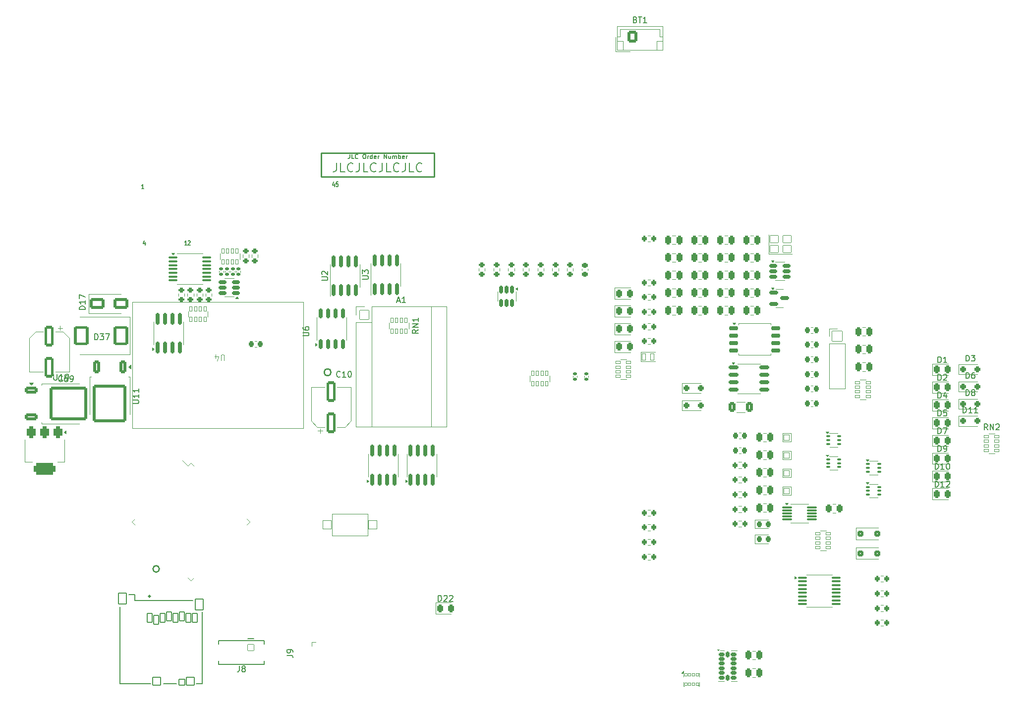
<source format=gbr>
%TF.GenerationSoftware,KiCad,Pcbnew,8.99.0-unknown-1.20241209git10cd458.fc40*%
%TF.CreationDate,2024-12-12T00:34:18-03:00*%
%TF.ProjectId,hw_v1,68775f76-312e-46b6-9963-61645f706362,rev?*%
%TF.SameCoordinates,Original*%
%TF.FileFunction,Legend,Top*%
%TF.FilePolarity,Positive*%
%FSLAX46Y46*%
G04 Gerber Fmt 4.6, Leading zero omitted, Abs format (unit mm)*
G04 Created by KiCad (PCBNEW 8.99.0-unknown-1.20241209git10cd458.fc40) date 2024-12-12 00:34:18*
%MOMM*%
%LPD*%
G01*
G04 APERTURE LIST*
G04 Aperture macros list*
%AMRoundRect*
0 Rectangle with rounded corners*
0 $1 Rounding radius*
0 $2 $3 $4 $5 $6 $7 $8 $9 X,Y pos of 4 corners*
0 Add a 4 corners polygon primitive as box body*
4,1,4,$2,$3,$4,$5,$6,$7,$8,$9,$2,$3,0*
0 Add four circle primitives for the rounded corners*
1,1,$1+$1,$2,$3*
1,1,$1+$1,$4,$5*
1,1,$1+$1,$6,$7*
1,1,$1+$1,$8,$9*
0 Add four rect primitives between the rounded corners*
20,1,$1+$1,$2,$3,$4,$5,0*
20,1,$1+$1,$4,$5,$6,$7,0*
20,1,$1+$1,$6,$7,$8,$9,0*
20,1,$1+$1,$8,$9,$2,$3,0*%
G04 Aperture macros list end*
%ADD10C,0.250000*%
%ADD11C,0.203200*%
%ADD12C,0.130000*%
%ADD13C,0.150000*%
%ADD14C,0.100000*%
%ADD15C,0.120000*%
%ADD16C,0.127000*%
%ADD17C,0.300000*%
%ADD18C,4.000000*%
%ADD19C,2.200000*%
%ADD20C,1.000000*%
%ADD21RoundRect,0.150038X0.150038X-0.825038X0.150038X0.825038X-0.150038X0.825038X-0.150038X-0.825038X0*%
%ADD22RoundRect,0.250015X-1.000061X1.400061X-1.000061X-1.400061X1.000061X-1.400061X1.000061X1.400061X0*%
%ADD23RoundRect,0.250038X-0.250038X-0.250038X0.250038X-0.250038X0.250038X0.250038X-0.250038X0.250038X0*%
%ADD24RoundRect,0.000076X-0.500000X-0.500000X0.500000X-0.500000X0.500000X0.500000X-0.500000X0.500000X0*%
%ADD25RoundRect,0.087538X-0.725038X-0.087538X0.725038X-0.087538X0.725038X0.087538X-0.725038X0.087538X0*%
%ADD26RoundRect,0.243788X-0.243788X-0.456288X0.243788X-0.456288X0.243788X0.456288X-0.243788X0.456288X0*%
%ADD27RoundRect,0.200038X-0.200038X-0.275038X0.200038X-0.275038X0.200038X0.275038X-0.200038X0.275038X0*%
%ADD28RoundRect,0.140038X-0.170038X0.140038X-0.170038X-0.140038X0.170038X-0.140038X0.170038X0.140038X0*%
%ADD29RoundRect,0.250038X-0.250038X-0.475038X0.250038X-0.475038X0.250038X0.475038X-0.250038X0.475038X0*%
%ADD30RoundRect,0.000076X-0.800000X-0.800000X0.800000X-0.800000X0.800000X0.800000X-0.800000X0.800000X0*%
%ADD31O,1.600152X1.600152*%
%ADD32RoundRect,0.225038X-0.225038X-0.250038X0.225038X-0.250038X0.225038X0.250038X-0.225038X0.250038X0*%
%ADD33RoundRect,0.000076X-0.400000X-0.250000X0.400000X-0.250000X0.400000X0.250000X-0.400000X0.250000X0*%
%ADD34RoundRect,0.000076X-0.400000X-0.200000X0.400000X-0.200000X0.400000X0.200000X-0.400000X0.200000X0*%
%ADD35RoundRect,0.150038X-0.587538X-0.150038X0.587538X-0.150038X0.587538X0.150038X-0.587538X0.150038X0*%
%ADD36RoundRect,0.000076X-0.250000X0.400000X-0.250000X-0.400000X0.250000X-0.400000X0.250000X0.400000X0*%
%ADD37RoundRect,0.000076X-0.200000X0.400000X-0.200000X-0.400000X0.200000X-0.400000X0.200000X0.400000X0*%
%ADD38RoundRect,0.150038X-0.150038X0.512538X-0.150038X-0.512538X0.150038X-0.512538X0.150038X0.512538X0*%
%ADD39RoundRect,0.250031X-0.850045X-0.350045X0.850045X-0.350045X0.850045X0.350045X-0.850045X0.350045X0*%
%ADD40RoundRect,0.250004X-2.950072X-2.650072X2.950072X-2.650072X2.950072X2.650072X-2.950072X2.650072X0*%
%ADD41RoundRect,0.100038X-0.637538X-0.100038X0.637538X-0.100038X0.637538X0.100038X-0.637538X0.100038X0*%
%ADD42RoundRect,0.200038X-0.275038X0.200038X-0.275038X-0.200038X0.275038X-0.200038X0.275038X0.200038X0*%
%ADD43RoundRect,0.375038X-0.375038X0.625038X-0.375038X-0.625038X0.375038X-0.625038X0.375038X0.625038X0*%
%ADD44RoundRect,0.500038X-1.400038X0.500038X-1.400038X-0.500038X1.400038X-0.500038X1.400038X0.500038X0*%
%ADD45RoundRect,0.200038X0.275038X-0.200038X0.275038X0.200038X-0.275038X0.200038X-0.275038X-0.200038X0*%
%ADD46RoundRect,0.218788X-0.218788X-0.256288X0.218788X-0.256288X0.218788X0.256288X-0.218788X0.256288X0*%
%ADD47RoundRect,0.150038X0.512538X0.150038X-0.512538X0.150038X-0.512538X-0.150038X0.512538X-0.150038X0*%
%ADD48RoundRect,0.250035X-0.300041X-0.300041X0.300041X-0.300041X0.300041X0.300041X-0.300041X0.300041X0*%
%ADD49RoundRect,0.150038X-0.675038X-0.150038X0.675038X-0.150038X0.675038X0.150038X-0.675038X0.150038X0*%
%ADD50RoundRect,0.150038X-0.650038X-0.150038X0.650038X-0.150038X0.650038X0.150038X-0.650038X0.150038X0*%
%ADD51C,2.375052*%
%ADD52C,0.990752*%
%ADD53C,0.787552*%
%ADD54RoundRect,0.000076X-0.300000X-0.550000X0.300000X-0.550000X0.300000X0.550000X-0.300000X0.550000X0*%
%ADD55RoundRect,0.250031X-0.350045X0.850045X-0.350045X-0.850045X0.350045X-0.850045X0.350045X0.850045X0*%
%ADD56RoundRect,0.250004X-2.650072X2.950072X-2.650072X-2.950072X2.650072X-2.950072X2.650072X2.950072X0*%
%ADD57RoundRect,0.250024X-0.550052X1.500052X-0.550052X-1.500052X0.550052X-1.500052X0.550052X1.500052X0*%
%ADD58RoundRect,0.150038X-0.512538X-0.150038X0.512538X-0.150038X0.512538X0.150038X-0.512538X0.150038X0*%
%ADD59RoundRect,0.250037X-0.262539X-0.450039X0.262539X-0.450039X0.262539X0.450039X-0.262539X0.450039X0*%
%ADD60RoundRect,0.000076X0.175000X-0.250000X0.175000X0.250000X-0.175000X0.250000X-0.175000X-0.250000X0*%
%ADD61RoundRect,0.000076X0.550000X0.550000X-0.550000X0.550000X-0.550000X-0.550000X0.550000X-0.550000X0*%
%ADD62C,1.100152*%
%ADD63O,1.100152X2.400152*%
%ADD64RoundRect,0.100038X-0.225038X-0.100038X0.225038X-0.100038X0.225038X0.100038X-0.225038X0.100038X0*%
%ADD65RoundRect,0.225038X0.225038X0.250038X-0.225038X0.250038X-0.225038X-0.250038X0.225038X-0.250038X0*%
%ADD66RoundRect,0.250023X-0.600053X-0.750053X0.600053X-0.750053X0.600053X0.750053X-0.600053X0.750053X0*%
%ADD67O,1.700152X2.000152*%
%ADD68C,1.524152*%
%ADD69RoundRect,0.250021X-1.000055X-0.650055X1.000055X-0.650055X1.000055X0.650055X-1.000055X0.650055X0*%
%ADD70RoundRect,0.150038X-0.325038X-0.150038X0.325038X-0.150038X0.325038X0.150038X-0.325038X0.150038X0*%
%ADD71RoundRect,0.150038X-0.150038X-0.325038X0.150038X-0.325038X0.150038X0.325038X-0.150038X0.325038X0*%
%ADD72RoundRect,0.225038X-0.250038X0.225038X-0.250038X-0.225038X0.250038X-0.225038X0.250038X0.225038X0*%
%ADD73RoundRect,0.075038X-0.565739X0.459619X0.459619X-0.565739X0.565739X-0.459619X-0.459619X0.565739X0*%
%ADD74RoundRect,0.075038X-0.565739X-0.459619X-0.459619X-0.565739X0.565739X0.459619X0.459619X0.565739X0*%
%ADD75RoundRect,0.150038X0.150038X-0.675038X0.150038X0.675038X-0.150038X0.675038X-0.150038X-0.675038X0*%
%ADD76RoundRect,0.076200X-0.400000X0.750000X-0.400000X-0.750000X0.400000X-0.750000X0.400000X0.750000X0*%
%ADD77RoundRect,0.076200X-0.650000X-0.700000X0.650000X-0.700000X0.650000X0.700000X-0.650000X0.700000X0*%
%ADD78RoundRect,0.076200X-0.700000X0.950000X-0.700000X-0.950000X0.700000X-0.950000X0.700000X0.950000X0*%
%ADD79RoundRect,0.076200X0.475000X-0.500000X0.475000X0.500000X-0.475000X0.500000X-0.475000X-0.500000X0*%
%ADD80RoundRect,0.000076X-0.700000X-0.600000X0.700000X-0.600000X0.700000X0.600000X-0.700000X0.600000X0*%
%ADD81RoundRect,0.250034X-0.312542X-0.625042X0.312542X-0.625042X0.312542X0.625042X-0.312542X0.625042X0*%
%ADD82RoundRect,0.250024X0.550052X-1.500052X0.550052X1.500052X-0.550052X1.500052X-0.550052X-1.500052X0*%
%ADD83C,4.000152*%
%ADD84C,2.200152*%
%ADD85C,1.600152*%
%ADD86RoundRect,0.000076X-0.850000X-0.850000X0.850000X-0.850000X0.850000X0.850000X-0.850000X0.850000X0*%
%ADD87O,1.700152X1.700152*%
%ADD88RoundRect,0.000076X-0.750000X-0.750000X0.750000X-0.750000X0.750000X0.750000X-0.750000X0.750000X0*%
G04 APERTURE END LIST*
D10*
X146624657Y-46923509D02*
X127320657Y-46923509D01*
X99668558Y-118059809D02*
G75*
G02*
X98576062Y-118059809I-546248J0D01*
G01*
X98576062Y-118059809D02*
G75*
G02*
X99668558Y-118059809I546248J0D01*
G01*
X127320657Y-50987509D02*
X146624657Y-50987509D01*
X146624657Y-50987509D02*
X146624657Y-46923509D01*
X127320657Y-46923509D02*
X127320657Y-50987509D01*
X99668558Y-118059809D02*
G75*
G02*
X98576062Y-118059809I-546248J0D01*
G01*
X98576062Y-118059809D02*
G75*
G02*
X99668558Y-118059809I546248J0D01*
G01*
X129007715Y-84432366D02*
G75*
G02*
X127809599Y-84432366I-599058J0D01*
G01*
X127809599Y-84432366D02*
G75*
G02*
X129007715Y-84432366I599058J0D01*
G01*
D11*
X129933228Y-48633973D02*
X129933228Y-49722544D01*
X129933228Y-49722544D02*
X129860657Y-49940259D01*
X129860657Y-49940259D02*
X129715514Y-50085402D01*
X129715514Y-50085402D02*
X129497800Y-50157973D01*
X129497800Y-50157973D02*
X129352657Y-50157973D01*
X131384657Y-50157973D02*
X130658943Y-50157973D01*
X130658943Y-50157973D02*
X130658943Y-48633973D01*
X132763514Y-50012830D02*
X132690942Y-50085402D01*
X132690942Y-50085402D02*
X132473228Y-50157973D01*
X132473228Y-50157973D02*
X132328085Y-50157973D01*
X132328085Y-50157973D02*
X132110371Y-50085402D01*
X132110371Y-50085402D02*
X131965228Y-49940259D01*
X131965228Y-49940259D02*
X131892657Y-49795116D01*
X131892657Y-49795116D02*
X131820085Y-49504830D01*
X131820085Y-49504830D02*
X131820085Y-49287116D01*
X131820085Y-49287116D02*
X131892657Y-48996830D01*
X131892657Y-48996830D02*
X131965228Y-48851687D01*
X131965228Y-48851687D02*
X132110371Y-48706544D01*
X132110371Y-48706544D02*
X132328085Y-48633973D01*
X132328085Y-48633973D02*
X132473228Y-48633973D01*
X132473228Y-48633973D02*
X132690942Y-48706544D01*
X132690942Y-48706544D02*
X132763514Y-48779116D01*
X133852085Y-48633973D02*
X133852085Y-49722544D01*
X133852085Y-49722544D02*
X133779514Y-49940259D01*
X133779514Y-49940259D02*
X133634371Y-50085402D01*
X133634371Y-50085402D02*
X133416657Y-50157973D01*
X133416657Y-50157973D02*
X133271514Y-50157973D01*
X135303514Y-50157973D02*
X134577800Y-50157973D01*
X134577800Y-50157973D02*
X134577800Y-48633973D01*
X136682371Y-50012830D02*
X136609799Y-50085402D01*
X136609799Y-50085402D02*
X136392085Y-50157973D01*
X136392085Y-50157973D02*
X136246942Y-50157973D01*
X136246942Y-50157973D02*
X136029228Y-50085402D01*
X136029228Y-50085402D02*
X135884085Y-49940259D01*
X135884085Y-49940259D02*
X135811514Y-49795116D01*
X135811514Y-49795116D02*
X135738942Y-49504830D01*
X135738942Y-49504830D02*
X135738942Y-49287116D01*
X135738942Y-49287116D02*
X135811514Y-48996830D01*
X135811514Y-48996830D02*
X135884085Y-48851687D01*
X135884085Y-48851687D02*
X136029228Y-48706544D01*
X136029228Y-48706544D02*
X136246942Y-48633973D01*
X136246942Y-48633973D02*
X136392085Y-48633973D01*
X136392085Y-48633973D02*
X136609799Y-48706544D01*
X136609799Y-48706544D02*
X136682371Y-48779116D01*
X137770942Y-48633973D02*
X137770942Y-49722544D01*
X137770942Y-49722544D02*
X137698371Y-49940259D01*
X137698371Y-49940259D02*
X137553228Y-50085402D01*
X137553228Y-50085402D02*
X137335514Y-50157973D01*
X137335514Y-50157973D02*
X137190371Y-50157973D01*
X139222371Y-50157973D02*
X138496657Y-50157973D01*
X138496657Y-50157973D02*
X138496657Y-48633973D01*
X140601228Y-50012830D02*
X140528656Y-50085402D01*
X140528656Y-50085402D02*
X140310942Y-50157973D01*
X140310942Y-50157973D02*
X140165799Y-50157973D01*
X140165799Y-50157973D02*
X139948085Y-50085402D01*
X139948085Y-50085402D02*
X139802942Y-49940259D01*
X139802942Y-49940259D02*
X139730371Y-49795116D01*
X139730371Y-49795116D02*
X139657799Y-49504830D01*
X139657799Y-49504830D02*
X139657799Y-49287116D01*
X139657799Y-49287116D02*
X139730371Y-48996830D01*
X139730371Y-48996830D02*
X139802942Y-48851687D01*
X139802942Y-48851687D02*
X139948085Y-48706544D01*
X139948085Y-48706544D02*
X140165799Y-48633973D01*
X140165799Y-48633973D02*
X140310942Y-48633973D01*
X140310942Y-48633973D02*
X140528656Y-48706544D01*
X140528656Y-48706544D02*
X140601228Y-48779116D01*
X141689799Y-48633973D02*
X141689799Y-49722544D01*
X141689799Y-49722544D02*
X141617228Y-49940259D01*
X141617228Y-49940259D02*
X141472085Y-50085402D01*
X141472085Y-50085402D02*
X141254371Y-50157973D01*
X141254371Y-50157973D02*
X141109228Y-50157973D01*
X143141228Y-50157973D02*
X142415514Y-50157973D01*
X142415514Y-50157973D02*
X142415514Y-48633973D01*
X144520085Y-50012830D02*
X144447513Y-50085402D01*
X144447513Y-50085402D02*
X144229799Y-50157973D01*
X144229799Y-50157973D02*
X144084656Y-50157973D01*
X144084656Y-50157973D02*
X143866942Y-50085402D01*
X143866942Y-50085402D02*
X143721799Y-49940259D01*
X143721799Y-49940259D02*
X143649228Y-49795116D01*
X143649228Y-49795116D02*
X143576656Y-49504830D01*
X143576656Y-49504830D02*
X143576656Y-49287116D01*
X143576656Y-49287116D02*
X143649228Y-48996830D01*
X143649228Y-48996830D02*
X143721799Y-48851687D01*
X143721799Y-48851687D02*
X143866942Y-48706544D01*
X143866942Y-48706544D02*
X144084656Y-48633973D01*
X144084656Y-48633973D02*
X144229799Y-48633973D01*
X144229799Y-48633973D02*
X144447513Y-48706544D01*
X144447513Y-48706544D02*
X144520085Y-48779116D01*
D12*
X132186943Y-47148713D02*
X132186943Y-47684427D01*
X132186943Y-47684427D02*
X132151228Y-47791570D01*
X132151228Y-47791570D02*
X132079800Y-47862999D01*
X132079800Y-47862999D02*
X131972657Y-47898713D01*
X131972657Y-47898713D02*
X131901228Y-47898713D01*
X132901229Y-47898713D02*
X132544086Y-47898713D01*
X132544086Y-47898713D02*
X132544086Y-47148713D01*
X133579800Y-47827284D02*
X133544086Y-47862999D01*
X133544086Y-47862999D02*
X133436943Y-47898713D01*
X133436943Y-47898713D02*
X133365515Y-47898713D01*
X133365515Y-47898713D02*
X133258372Y-47862999D01*
X133258372Y-47862999D02*
X133186943Y-47791570D01*
X133186943Y-47791570D02*
X133151229Y-47720141D01*
X133151229Y-47720141D02*
X133115515Y-47577284D01*
X133115515Y-47577284D02*
X133115515Y-47470141D01*
X133115515Y-47470141D02*
X133151229Y-47327284D01*
X133151229Y-47327284D02*
X133186943Y-47255856D01*
X133186943Y-47255856D02*
X133258372Y-47184427D01*
X133258372Y-47184427D02*
X133365515Y-47148713D01*
X133365515Y-47148713D02*
X133436943Y-47148713D01*
X133436943Y-47148713D02*
X133544086Y-47184427D01*
X133544086Y-47184427D02*
X133579800Y-47220141D01*
X134615515Y-47148713D02*
X134758372Y-47148713D01*
X134758372Y-47148713D02*
X134829801Y-47184427D01*
X134829801Y-47184427D02*
X134901229Y-47255856D01*
X134901229Y-47255856D02*
X134936944Y-47398713D01*
X134936944Y-47398713D02*
X134936944Y-47648713D01*
X134936944Y-47648713D02*
X134901229Y-47791570D01*
X134901229Y-47791570D02*
X134829801Y-47862999D01*
X134829801Y-47862999D02*
X134758372Y-47898713D01*
X134758372Y-47898713D02*
X134615515Y-47898713D01*
X134615515Y-47898713D02*
X134544087Y-47862999D01*
X134544087Y-47862999D02*
X134472658Y-47791570D01*
X134472658Y-47791570D02*
X134436944Y-47648713D01*
X134436944Y-47648713D02*
X134436944Y-47398713D01*
X134436944Y-47398713D02*
X134472658Y-47255856D01*
X134472658Y-47255856D02*
X134544087Y-47184427D01*
X134544087Y-47184427D02*
X134615515Y-47148713D01*
X135258372Y-47898713D02*
X135258372Y-47398713D01*
X135258372Y-47541570D02*
X135294086Y-47470141D01*
X135294086Y-47470141D02*
X135329801Y-47434427D01*
X135329801Y-47434427D02*
X135401229Y-47398713D01*
X135401229Y-47398713D02*
X135472658Y-47398713D01*
X136044087Y-47898713D02*
X136044087Y-47148713D01*
X136044087Y-47862999D02*
X135972658Y-47898713D01*
X135972658Y-47898713D02*
X135829801Y-47898713D01*
X135829801Y-47898713D02*
X135758372Y-47862999D01*
X135758372Y-47862999D02*
X135722658Y-47827284D01*
X135722658Y-47827284D02*
X135686944Y-47755856D01*
X135686944Y-47755856D02*
X135686944Y-47541570D01*
X135686944Y-47541570D02*
X135722658Y-47470141D01*
X135722658Y-47470141D02*
X135758372Y-47434427D01*
X135758372Y-47434427D02*
X135829801Y-47398713D01*
X135829801Y-47398713D02*
X135972658Y-47398713D01*
X135972658Y-47398713D02*
X136044087Y-47434427D01*
X136686943Y-47862999D02*
X136615515Y-47898713D01*
X136615515Y-47898713D02*
X136472658Y-47898713D01*
X136472658Y-47898713D02*
X136401229Y-47862999D01*
X136401229Y-47862999D02*
X136365515Y-47791570D01*
X136365515Y-47791570D02*
X136365515Y-47505856D01*
X136365515Y-47505856D02*
X136401229Y-47434427D01*
X136401229Y-47434427D02*
X136472658Y-47398713D01*
X136472658Y-47398713D02*
X136615515Y-47398713D01*
X136615515Y-47398713D02*
X136686943Y-47434427D01*
X136686943Y-47434427D02*
X136722658Y-47505856D01*
X136722658Y-47505856D02*
X136722658Y-47577284D01*
X136722658Y-47577284D02*
X136365515Y-47648713D01*
X137044086Y-47898713D02*
X137044086Y-47398713D01*
X137044086Y-47541570D02*
X137079800Y-47470141D01*
X137079800Y-47470141D02*
X137115515Y-47434427D01*
X137115515Y-47434427D02*
X137186943Y-47398713D01*
X137186943Y-47398713D02*
X137258372Y-47398713D01*
X138079801Y-47898713D02*
X138079801Y-47148713D01*
X138079801Y-47148713D02*
X138508372Y-47898713D01*
X138508372Y-47898713D02*
X138508372Y-47148713D01*
X139186944Y-47398713D02*
X139186944Y-47898713D01*
X138865515Y-47398713D02*
X138865515Y-47791570D01*
X138865515Y-47791570D02*
X138901229Y-47862999D01*
X138901229Y-47862999D02*
X138972658Y-47898713D01*
X138972658Y-47898713D02*
X139079801Y-47898713D01*
X139079801Y-47898713D02*
X139151229Y-47862999D01*
X139151229Y-47862999D02*
X139186944Y-47827284D01*
X139544086Y-47898713D02*
X139544086Y-47398713D01*
X139544086Y-47470141D02*
X139579800Y-47434427D01*
X139579800Y-47434427D02*
X139651229Y-47398713D01*
X139651229Y-47398713D02*
X139758372Y-47398713D01*
X139758372Y-47398713D02*
X139829800Y-47434427D01*
X139829800Y-47434427D02*
X139865515Y-47505856D01*
X139865515Y-47505856D02*
X139865515Y-47898713D01*
X139865515Y-47505856D02*
X139901229Y-47434427D01*
X139901229Y-47434427D02*
X139972657Y-47398713D01*
X139972657Y-47398713D02*
X140079800Y-47398713D01*
X140079800Y-47398713D02*
X140151229Y-47434427D01*
X140151229Y-47434427D02*
X140186943Y-47505856D01*
X140186943Y-47505856D02*
X140186943Y-47898713D01*
X140544086Y-47898713D02*
X140544086Y-47148713D01*
X140544086Y-47434427D02*
X140615515Y-47398713D01*
X140615515Y-47398713D02*
X140758372Y-47398713D01*
X140758372Y-47398713D02*
X140829800Y-47434427D01*
X140829800Y-47434427D02*
X140865515Y-47470141D01*
X140865515Y-47470141D02*
X140901229Y-47541570D01*
X140901229Y-47541570D02*
X140901229Y-47755856D01*
X140901229Y-47755856D02*
X140865515Y-47827284D01*
X140865515Y-47827284D02*
X140829800Y-47862999D01*
X140829800Y-47862999D02*
X140758372Y-47898713D01*
X140758372Y-47898713D02*
X140615515Y-47898713D01*
X140615515Y-47898713D02*
X140544086Y-47862999D01*
X141508371Y-47862999D02*
X141436943Y-47898713D01*
X141436943Y-47898713D02*
X141294086Y-47898713D01*
X141294086Y-47898713D02*
X141222657Y-47862999D01*
X141222657Y-47862999D02*
X141186943Y-47791570D01*
X141186943Y-47791570D02*
X141186943Y-47505856D01*
X141186943Y-47505856D02*
X141222657Y-47434427D01*
X141222657Y-47434427D02*
X141294086Y-47398713D01*
X141294086Y-47398713D02*
X141436943Y-47398713D01*
X141436943Y-47398713D02*
X141508371Y-47434427D01*
X141508371Y-47434427D02*
X141544086Y-47505856D01*
X141544086Y-47505856D02*
X141544086Y-47577284D01*
X141544086Y-47577284D02*
X141186943Y-47648713D01*
X141865514Y-47898713D02*
X141865514Y-47398713D01*
X141865514Y-47541570D02*
X141901228Y-47470141D01*
X141901228Y-47470141D02*
X141936943Y-47434427D01*
X141936943Y-47434427D02*
X142008371Y-47398713D01*
X142008371Y-47398713D02*
X142079800Y-47398713D01*
D13*
X127422848Y-68702458D02*
X128232371Y-68702458D01*
X128232371Y-68702458D02*
X128327609Y-68654839D01*
X128327609Y-68654839D02*
X128375229Y-68607220D01*
X128375229Y-68607220D02*
X128422848Y-68511982D01*
X128422848Y-68511982D02*
X128422848Y-68321506D01*
X128422848Y-68321506D02*
X128375229Y-68226268D01*
X128375229Y-68226268D02*
X128327609Y-68178649D01*
X128327609Y-68178649D02*
X128232371Y-68131030D01*
X128232371Y-68131030D02*
X127422848Y-68131030D01*
X127518086Y-67702458D02*
X127470467Y-67654839D01*
X127470467Y-67654839D02*
X127422848Y-67559601D01*
X127422848Y-67559601D02*
X127422848Y-67321506D01*
X127422848Y-67321506D02*
X127470467Y-67226268D01*
X127470467Y-67226268D02*
X127518086Y-67178649D01*
X127518086Y-67178649D02*
X127613324Y-67131030D01*
X127613324Y-67131030D02*
X127708562Y-67131030D01*
X127708562Y-67131030D02*
X127851419Y-67178649D01*
X127851419Y-67178649D02*
X128422848Y-67750077D01*
X128422848Y-67750077D02*
X128422848Y-67131030D01*
X88635714Y-78854819D02*
X88635714Y-77854819D01*
X88635714Y-77854819D02*
X88873809Y-77854819D01*
X88873809Y-77854819D02*
X89016666Y-77902438D01*
X89016666Y-77902438D02*
X89111904Y-77997676D01*
X89111904Y-77997676D02*
X89159523Y-78092914D01*
X89159523Y-78092914D02*
X89207142Y-78283390D01*
X89207142Y-78283390D02*
X89207142Y-78426247D01*
X89207142Y-78426247D02*
X89159523Y-78616723D01*
X89159523Y-78616723D02*
X89111904Y-78711961D01*
X89111904Y-78711961D02*
X89016666Y-78807200D01*
X89016666Y-78807200D02*
X88873809Y-78854819D01*
X88873809Y-78854819D02*
X88635714Y-78854819D01*
X89540476Y-77854819D02*
X90159523Y-77854819D01*
X90159523Y-77854819D02*
X89826190Y-78235771D01*
X89826190Y-78235771D02*
X89969047Y-78235771D01*
X89969047Y-78235771D02*
X90064285Y-78283390D01*
X90064285Y-78283390D02*
X90111904Y-78331009D01*
X90111904Y-78331009D02*
X90159523Y-78426247D01*
X90159523Y-78426247D02*
X90159523Y-78664342D01*
X90159523Y-78664342D02*
X90111904Y-78759580D01*
X90111904Y-78759580D02*
X90064285Y-78807200D01*
X90064285Y-78807200D02*
X89969047Y-78854819D01*
X89969047Y-78854819D02*
X89683333Y-78854819D01*
X89683333Y-78854819D02*
X89588095Y-78807200D01*
X89588095Y-78807200D02*
X89540476Y-78759580D01*
X90492857Y-77854819D02*
X91159523Y-77854819D01*
X91159523Y-77854819D02*
X90730952Y-78854819D01*
X140295714Y-72239104D02*
X140771904Y-72239104D01*
X140200476Y-72524819D02*
X140533809Y-71524819D01*
X140533809Y-71524819D02*
X140867142Y-72524819D01*
X141724285Y-72524819D02*
X141152857Y-72524819D01*
X141438571Y-72524819D02*
X141438571Y-71524819D01*
X141438571Y-71524819D02*
X141343333Y-71667676D01*
X141343333Y-71667676D02*
X141248095Y-71762914D01*
X141248095Y-71762914D02*
X141152857Y-71810533D01*
X241159523Y-94279819D02*
X240826190Y-93803628D01*
X240588095Y-94279819D02*
X240588095Y-93279819D01*
X240588095Y-93279819D02*
X240969047Y-93279819D01*
X240969047Y-93279819D02*
X241064285Y-93327438D01*
X241064285Y-93327438D02*
X241111904Y-93375057D01*
X241111904Y-93375057D02*
X241159523Y-93470295D01*
X241159523Y-93470295D02*
X241159523Y-93613152D01*
X241159523Y-93613152D02*
X241111904Y-93708390D01*
X241111904Y-93708390D02*
X241064285Y-93756009D01*
X241064285Y-93756009D02*
X240969047Y-93803628D01*
X240969047Y-93803628D02*
X240588095Y-93803628D01*
X241588095Y-94279819D02*
X241588095Y-93279819D01*
X241588095Y-93279819D02*
X242159523Y-94279819D01*
X242159523Y-94279819D02*
X242159523Y-93279819D01*
X242588095Y-93375057D02*
X242635714Y-93327438D01*
X242635714Y-93327438D02*
X242730952Y-93279819D01*
X242730952Y-93279819D02*
X242969047Y-93279819D01*
X242969047Y-93279819D02*
X243064285Y-93327438D01*
X243064285Y-93327438D02*
X243111904Y-93375057D01*
X243111904Y-93375057D02*
X243159523Y-93470295D01*
X243159523Y-93470295D02*
X243159523Y-93565533D01*
X243159523Y-93565533D02*
X243111904Y-93708390D01*
X243111904Y-93708390D02*
X242540476Y-94279819D01*
X242540476Y-94279819D02*
X243159523Y-94279819D01*
X232681905Y-94934819D02*
X232681905Y-93934819D01*
X232681905Y-93934819D02*
X232920000Y-93934819D01*
X232920000Y-93934819D02*
X233062857Y-93982438D01*
X233062857Y-93982438D02*
X233158095Y-94077676D01*
X233158095Y-94077676D02*
X233205714Y-94172914D01*
X233205714Y-94172914D02*
X233253333Y-94363390D01*
X233253333Y-94363390D02*
X233253333Y-94506247D01*
X233253333Y-94506247D02*
X233205714Y-94696723D01*
X233205714Y-94696723D02*
X233158095Y-94791961D01*
X233158095Y-94791961D02*
X233062857Y-94887200D01*
X233062857Y-94887200D02*
X232920000Y-94934819D01*
X232920000Y-94934819D02*
X232681905Y-94934819D01*
X233586667Y-93934819D02*
X234253333Y-93934819D01*
X234253333Y-93934819D02*
X233824762Y-94934819D01*
X134379819Y-68511904D02*
X135189342Y-68511904D01*
X135189342Y-68511904D02*
X135284580Y-68464285D01*
X135284580Y-68464285D02*
X135332200Y-68416666D01*
X135332200Y-68416666D02*
X135379819Y-68321428D01*
X135379819Y-68321428D02*
X135379819Y-68130952D01*
X135379819Y-68130952D02*
X135332200Y-68035714D01*
X135332200Y-68035714D02*
X135284580Y-67988095D01*
X135284580Y-67988095D02*
X135189342Y-67940476D01*
X135189342Y-67940476D02*
X134379819Y-67940476D01*
X134379819Y-67559523D02*
X134379819Y-66940476D01*
X134379819Y-66940476D02*
X134760771Y-67273809D01*
X134760771Y-67273809D02*
X134760771Y-67130952D01*
X134760771Y-67130952D02*
X134808390Y-67035714D01*
X134808390Y-67035714D02*
X134856009Y-66988095D01*
X134856009Y-66988095D02*
X134951247Y-66940476D01*
X134951247Y-66940476D02*
X135189342Y-66940476D01*
X135189342Y-66940476D02*
X135284580Y-66988095D01*
X135284580Y-66988095D02*
X135332200Y-67035714D01*
X135332200Y-67035714D02*
X135379819Y-67130952D01*
X135379819Y-67130952D02*
X135379819Y-67416666D01*
X135379819Y-67416666D02*
X135332200Y-67511904D01*
X135332200Y-67511904D02*
X135284580Y-67559523D01*
X232681905Y-88854819D02*
X232681905Y-87854819D01*
X232681905Y-87854819D02*
X232920000Y-87854819D01*
X232920000Y-87854819D02*
X233062857Y-87902438D01*
X233062857Y-87902438D02*
X233158095Y-87997676D01*
X233158095Y-87997676D02*
X233205714Y-88092914D01*
X233205714Y-88092914D02*
X233253333Y-88283390D01*
X233253333Y-88283390D02*
X233253333Y-88426247D01*
X233253333Y-88426247D02*
X233205714Y-88616723D01*
X233205714Y-88616723D02*
X233158095Y-88711961D01*
X233158095Y-88711961D02*
X233062857Y-88807200D01*
X233062857Y-88807200D02*
X232920000Y-88854819D01*
X232920000Y-88854819D02*
X232681905Y-88854819D01*
X234110476Y-88188152D02*
X234110476Y-88854819D01*
X233872381Y-87807200D02*
X233634286Y-88521485D01*
X233634286Y-88521485D02*
X234253333Y-88521485D01*
X232681905Y-97974819D02*
X232681905Y-96974819D01*
X232681905Y-96974819D02*
X232920000Y-96974819D01*
X232920000Y-96974819D02*
X233062857Y-97022438D01*
X233062857Y-97022438D02*
X233158095Y-97117676D01*
X233158095Y-97117676D02*
X233205714Y-97212914D01*
X233205714Y-97212914D02*
X233253333Y-97403390D01*
X233253333Y-97403390D02*
X233253333Y-97546247D01*
X233253333Y-97546247D02*
X233205714Y-97736723D01*
X233205714Y-97736723D02*
X233158095Y-97831961D01*
X233158095Y-97831961D02*
X233062857Y-97927200D01*
X233062857Y-97927200D02*
X232920000Y-97974819D01*
X232920000Y-97974819D02*
X232681905Y-97974819D01*
X233729524Y-97974819D02*
X233920000Y-97974819D01*
X233920000Y-97974819D02*
X234015238Y-97927200D01*
X234015238Y-97927200D02*
X234062857Y-97879580D01*
X234062857Y-97879580D02*
X234158095Y-97736723D01*
X234158095Y-97736723D02*
X234205714Y-97546247D01*
X234205714Y-97546247D02*
X234205714Y-97165295D01*
X234205714Y-97165295D02*
X234158095Y-97070057D01*
X234158095Y-97070057D02*
X234110476Y-97022438D01*
X234110476Y-97022438D02*
X234015238Y-96974819D01*
X234015238Y-96974819D02*
X233824762Y-96974819D01*
X233824762Y-96974819D02*
X233729524Y-97022438D01*
X233729524Y-97022438D02*
X233681905Y-97070057D01*
X233681905Y-97070057D02*
X233634286Y-97165295D01*
X233634286Y-97165295D02*
X233634286Y-97403390D01*
X233634286Y-97403390D02*
X233681905Y-97498628D01*
X233681905Y-97498628D02*
X233729524Y-97546247D01*
X233729524Y-97546247D02*
X233824762Y-97593866D01*
X233824762Y-97593866D02*
X234015238Y-97593866D01*
X234015238Y-97593866D02*
X234110476Y-97546247D01*
X234110476Y-97546247D02*
X234158095Y-97498628D01*
X234158095Y-97498628D02*
X234205714Y-97403390D01*
X232681905Y-82774819D02*
X232681905Y-81774819D01*
X232681905Y-81774819D02*
X232920000Y-81774819D01*
X232920000Y-81774819D02*
X233062857Y-81822438D01*
X233062857Y-81822438D02*
X233158095Y-81917676D01*
X233158095Y-81917676D02*
X233205714Y-82012914D01*
X233205714Y-82012914D02*
X233253333Y-82203390D01*
X233253333Y-82203390D02*
X233253333Y-82346247D01*
X233253333Y-82346247D02*
X233205714Y-82536723D01*
X233205714Y-82536723D02*
X233158095Y-82631961D01*
X233158095Y-82631961D02*
X233062857Y-82727200D01*
X233062857Y-82727200D02*
X232920000Y-82774819D01*
X232920000Y-82774819D02*
X232681905Y-82774819D01*
X234205714Y-82774819D02*
X233634286Y-82774819D01*
X233920000Y-82774819D02*
X233920000Y-81774819D01*
X233920000Y-81774819D02*
X233824762Y-81917676D01*
X233824762Y-81917676D02*
X233729524Y-82012914D01*
X233729524Y-82012914D02*
X233634286Y-82060533D01*
X236980714Y-91379819D02*
X236980714Y-90379819D01*
X236980714Y-90379819D02*
X237218809Y-90379819D01*
X237218809Y-90379819D02*
X237361666Y-90427438D01*
X237361666Y-90427438D02*
X237456904Y-90522676D01*
X237456904Y-90522676D02*
X237504523Y-90617914D01*
X237504523Y-90617914D02*
X237552142Y-90808390D01*
X237552142Y-90808390D02*
X237552142Y-90951247D01*
X237552142Y-90951247D02*
X237504523Y-91141723D01*
X237504523Y-91141723D02*
X237456904Y-91236961D01*
X237456904Y-91236961D02*
X237361666Y-91332200D01*
X237361666Y-91332200D02*
X237218809Y-91379819D01*
X237218809Y-91379819D02*
X236980714Y-91379819D01*
X238504523Y-91379819D02*
X237933095Y-91379819D01*
X238218809Y-91379819D02*
X238218809Y-90379819D01*
X238218809Y-90379819D02*
X238123571Y-90522676D01*
X238123571Y-90522676D02*
X238028333Y-90617914D01*
X238028333Y-90617914D02*
X237933095Y-90665533D01*
X239456904Y-91379819D02*
X238885476Y-91379819D01*
X239171190Y-91379819D02*
X239171190Y-90379819D01*
X239171190Y-90379819D02*
X239075952Y-90522676D01*
X239075952Y-90522676D02*
X238980714Y-90617914D01*
X238980714Y-90617914D02*
X238885476Y-90665533D01*
X81626905Y-84754819D02*
X81626905Y-85564342D01*
X81626905Y-85564342D02*
X81674524Y-85659580D01*
X81674524Y-85659580D02*
X81722143Y-85707200D01*
X81722143Y-85707200D02*
X81817381Y-85754819D01*
X81817381Y-85754819D02*
X82007857Y-85754819D01*
X82007857Y-85754819D02*
X82103095Y-85707200D01*
X82103095Y-85707200D02*
X82150714Y-85659580D01*
X82150714Y-85659580D02*
X82198333Y-85564342D01*
X82198333Y-85564342D02*
X82198333Y-84754819D01*
X83198333Y-85754819D02*
X82626905Y-85754819D01*
X82912619Y-85754819D02*
X82912619Y-84754819D01*
X82912619Y-84754819D02*
X82817381Y-84897676D01*
X82817381Y-84897676D02*
X82722143Y-84992914D01*
X82722143Y-84992914D02*
X82626905Y-85040533D01*
X83674524Y-85754819D02*
X83865000Y-85754819D01*
X83865000Y-85754819D02*
X83960238Y-85707200D01*
X83960238Y-85707200D02*
X84007857Y-85659580D01*
X84007857Y-85659580D02*
X84103095Y-85516723D01*
X84103095Y-85516723D02*
X84150714Y-85326247D01*
X84150714Y-85326247D02*
X84150714Y-84945295D01*
X84150714Y-84945295D02*
X84103095Y-84850057D01*
X84103095Y-84850057D02*
X84055476Y-84802438D01*
X84055476Y-84802438D02*
X83960238Y-84754819D01*
X83960238Y-84754819D02*
X83769762Y-84754819D01*
X83769762Y-84754819D02*
X83674524Y-84802438D01*
X83674524Y-84802438D02*
X83626905Y-84850057D01*
X83626905Y-84850057D02*
X83579286Y-84945295D01*
X83579286Y-84945295D02*
X83579286Y-85183390D01*
X83579286Y-85183390D02*
X83626905Y-85278628D01*
X83626905Y-85278628D02*
X83674524Y-85326247D01*
X83674524Y-85326247D02*
X83769762Y-85373866D01*
X83769762Y-85373866D02*
X83960238Y-85373866D01*
X83960238Y-85373866D02*
X84055476Y-85326247D01*
X84055476Y-85326247D02*
X84103095Y-85278628D01*
X84103095Y-85278628D02*
X84150714Y-85183390D01*
X232681905Y-85814819D02*
X232681905Y-84814819D01*
X232681905Y-84814819D02*
X232920000Y-84814819D01*
X232920000Y-84814819D02*
X233062857Y-84862438D01*
X233062857Y-84862438D02*
X233158095Y-84957676D01*
X233158095Y-84957676D02*
X233205714Y-85052914D01*
X233205714Y-85052914D02*
X233253333Y-85243390D01*
X233253333Y-85243390D02*
X233253333Y-85386247D01*
X233253333Y-85386247D02*
X233205714Y-85576723D01*
X233205714Y-85576723D02*
X233158095Y-85671961D01*
X233158095Y-85671961D02*
X233062857Y-85767200D01*
X233062857Y-85767200D02*
X232920000Y-85814819D01*
X232920000Y-85814819D02*
X232681905Y-85814819D01*
X233634286Y-84910057D02*
X233681905Y-84862438D01*
X233681905Y-84862438D02*
X233777143Y-84814819D01*
X233777143Y-84814819D02*
X234015238Y-84814819D01*
X234015238Y-84814819D02*
X234110476Y-84862438D01*
X234110476Y-84862438D02*
X234158095Y-84910057D01*
X234158095Y-84910057D02*
X234205714Y-85005295D01*
X234205714Y-85005295D02*
X234205714Y-85100533D01*
X234205714Y-85100533D02*
X234158095Y-85243390D01*
X234158095Y-85243390D02*
X233586667Y-85814819D01*
X233586667Y-85814819D02*
X234205714Y-85814819D01*
X121454819Y-132833333D02*
X122169104Y-132833333D01*
X122169104Y-132833333D02*
X122311961Y-132880952D01*
X122311961Y-132880952D02*
X122407200Y-132976190D01*
X122407200Y-132976190D02*
X122454819Y-133119047D01*
X122454819Y-133119047D02*
X122454819Y-133214285D01*
X122454819Y-132309523D02*
X122454819Y-132119047D01*
X122454819Y-132119047D02*
X122407200Y-132023809D01*
X122407200Y-132023809D02*
X122359580Y-131976190D01*
X122359580Y-131976190D02*
X122216723Y-131880952D01*
X122216723Y-131880952D02*
X122026247Y-131833333D01*
X122026247Y-131833333D02*
X121645295Y-131833333D01*
X121645295Y-131833333D02*
X121550057Y-131880952D01*
X121550057Y-131880952D02*
X121502438Y-131928571D01*
X121502438Y-131928571D02*
X121454819Y-132023809D01*
X121454819Y-132023809D02*
X121454819Y-132214285D01*
X121454819Y-132214285D02*
X121502438Y-132309523D01*
X121502438Y-132309523D02*
X121550057Y-132357142D01*
X121550057Y-132357142D02*
X121645295Y-132404761D01*
X121645295Y-132404761D02*
X121883390Y-132404761D01*
X121883390Y-132404761D02*
X121978628Y-132357142D01*
X121978628Y-132357142D02*
X122026247Y-132309523D01*
X122026247Y-132309523D02*
X122073866Y-132214285D01*
X122073866Y-132214285D02*
X122073866Y-132023809D01*
X122073866Y-132023809D02*
X122026247Y-131928571D01*
X122026247Y-131928571D02*
X121978628Y-131880952D01*
X121978628Y-131880952D02*
X121883390Y-131833333D01*
X237456905Y-88429819D02*
X237456905Y-87429819D01*
X237456905Y-87429819D02*
X237695000Y-87429819D01*
X237695000Y-87429819D02*
X237837857Y-87477438D01*
X237837857Y-87477438D02*
X237933095Y-87572676D01*
X237933095Y-87572676D02*
X237980714Y-87667914D01*
X237980714Y-87667914D02*
X238028333Y-87858390D01*
X238028333Y-87858390D02*
X238028333Y-88001247D01*
X238028333Y-88001247D02*
X237980714Y-88191723D01*
X237980714Y-88191723D02*
X237933095Y-88286961D01*
X237933095Y-88286961D02*
X237837857Y-88382200D01*
X237837857Y-88382200D02*
X237695000Y-88429819D01*
X237695000Y-88429819D02*
X237456905Y-88429819D01*
X238599762Y-87858390D02*
X238504524Y-87810771D01*
X238504524Y-87810771D02*
X238456905Y-87763152D01*
X238456905Y-87763152D02*
X238409286Y-87667914D01*
X238409286Y-87667914D02*
X238409286Y-87620295D01*
X238409286Y-87620295D02*
X238456905Y-87525057D01*
X238456905Y-87525057D02*
X238504524Y-87477438D01*
X238504524Y-87477438D02*
X238599762Y-87429819D01*
X238599762Y-87429819D02*
X238790238Y-87429819D01*
X238790238Y-87429819D02*
X238885476Y-87477438D01*
X238885476Y-87477438D02*
X238933095Y-87525057D01*
X238933095Y-87525057D02*
X238980714Y-87620295D01*
X238980714Y-87620295D02*
X238980714Y-87667914D01*
X238980714Y-87667914D02*
X238933095Y-87763152D01*
X238933095Y-87763152D02*
X238885476Y-87810771D01*
X238885476Y-87810771D02*
X238790238Y-87858390D01*
X238790238Y-87858390D02*
X238599762Y-87858390D01*
X238599762Y-87858390D02*
X238504524Y-87906009D01*
X238504524Y-87906009D02*
X238456905Y-87953628D01*
X238456905Y-87953628D02*
X238409286Y-88048866D01*
X238409286Y-88048866D02*
X238409286Y-88239342D01*
X238409286Y-88239342D02*
X238456905Y-88334580D01*
X238456905Y-88334580D02*
X238504524Y-88382200D01*
X238504524Y-88382200D02*
X238599762Y-88429819D01*
X238599762Y-88429819D02*
X238790238Y-88429819D01*
X238790238Y-88429819D02*
X238885476Y-88382200D01*
X238885476Y-88382200D02*
X238933095Y-88334580D01*
X238933095Y-88334580D02*
X238980714Y-88239342D01*
X238980714Y-88239342D02*
X238980714Y-88048866D01*
X238980714Y-88048866D02*
X238933095Y-87953628D01*
X238933095Y-87953628D02*
X238885476Y-87906009D01*
X238885476Y-87906009D02*
X238790238Y-87858390D01*
X237456905Y-82529819D02*
X237456905Y-81529819D01*
X237456905Y-81529819D02*
X237695000Y-81529819D01*
X237695000Y-81529819D02*
X237837857Y-81577438D01*
X237837857Y-81577438D02*
X237933095Y-81672676D01*
X237933095Y-81672676D02*
X237980714Y-81767914D01*
X237980714Y-81767914D02*
X238028333Y-81958390D01*
X238028333Y-81958390D02*
X238028333Y-82101247D01*
X238028333Y-82101247D02*
X237980714Y-82291723D01*
X237980714Y-82291723D02*
X237933095Y-82386961D01*
X237933095Y-82386961D02*
X237837857Y-82482200D01*
X237837857Y-82482200D02*
X237695000Y-82529819D01*
X237695000Y-82529819D02*
X237456905Y-82529819D01*
X238361667Y-81529819D02*
X238980714Y-81529819D01*
X238980714Y-81529819D02*
X238647381Y-81910771D01*
X238647381Y-81910771D02*
X238790238Y-81910771D01*
X238790238Y-81910771D02*
X238885476Y-81958390D01*
X238885476Y-81958390D02*
X238933095Y-82006009D01*
X238933095Y-82006009D02*
X238980714Y-82101247D01*
X238980714Y-82101247D02*
X238980714Y-82339342D01*
X238980714Y-82339342D02*
X238933095Y-82434580D01*
X238933095Y-82434580D02*
X238885476Y-82482200D01*
X238885476Y-82482200D02*
X238790238Y-82529819D01*
X238790238Y-82529819D02*
X238504524Y-82529819D01*
X238504524Y-82529819D02*
X238409286Y-82482200D01*
X238409286Y-82482200D02*
X238361667Y-82434580D01*
X95154819Y-89778094D02*
X95964342Y-89778094D01*
X95964342Y-89778094D02*
X96059580Y-89730475D01*
X96059580Y-89730475D02*
X96107200Y-89682856D01*
X96107200Y-89682856D02*
X96154819Y-89587618D01*
X96154819Y-89587618D02*
X96154819Y-89397142D01*
X96154819Y-89397142D02*
X96107200Y-89301904D01*
X96107200Y-89301904D02*
X96059580Y-89254285D01*
X96059580Y-89254285D02*
X95964342Y-89206666D01*
X95964342Y-89206666D02*
X95154819Y-89206666D01*
X96154819Y-88206666D02*
X96154819Y-88778094D01*
X96154819Y-88492380D02*
X95154819Y-88492380D01*
X95154819Y-88492380D02*
X95297676Y-88587618D01*
X95297676Y-88587618D02*
X95392914Y-88682856D01*
X95392914Y-88682856D02*
X95440533Y-88778094D01*
X96154819Y-87254285D02*
X96154819Y-87825713D01*
X96154819Y-87539999D02*
X95154819Y-87539999D01*
X95154819Y-87539999D02*
X95297676Y-87635237D01*
X95297676Y-87635237D02*
X95392914Y-87730475D01*
X95392914Y-87730475D02*
X95440533Y-87825713D01*
X83082142Y-85934580D02*
X83034523Y-85982200D01*
X83034523Y-85982200D02*
X82891666Y-86029819D01*
X82891666Y-86029819D02*
X82796428Y-86029819D01*
X82796428Y-86029819D02*
X82653571Y-85982200D01*
X82653571Y-85982200D02*
X82558333Y-85886961D01*
X82558333Y-85886961D02*
X82510714Y-85791723D01*
X82510714Y-85791723D02*
X82463095Y-85601247D01*
X82463095Y-85601247D02*
X82463095Y-85458390D01*
X82463095Y-85458390D02*
X82510714Y-85267914D01*
X82510714Y-85267914D02*
X82558333Y-85172676D01*
X82558333Y-85172676D02*
X82653571Y-85077438D01*
X82653571Y-85077438D02*
X82796428Y-85029819D01*
X82796428Y-85029819D02*
X82891666Y-85029819D01*
X82891666Y-85029819D02*
X83034523Y-85077438D01*
X83034523Y-85077438D02*
X83082142Y-85125057D01*
X83939285Y-85029819D02*
X83748809Y-85029819D01*
X83748809Y-85029819D02*
X83653571Y-85077438D01*
X83653571Y-85077438D02*
X83605952Y-85125057D01*
X83605952Y-85125057D02*
X83510714Y-85267914D01*
X83510714Y-85267914D02*
X83463095Y-85458390D01*
X83463095Y-85458390D02*
X83463095Y-85839342D01*
X83463095Y-85839342D02*
X83510714Y-85934580D01*
X83510714Y-85934580D02*
X83558333Y-85982200D01*
X83558333Y-85982200D02*
X83653571Y-86029819D01*
X83653571Y-86029819D02*
X83844047Y-86029819D01*
X83844047Y-86029819D02*
X83939285Y-85982200D01*
X83939285Y-85982200D02*
X83986904Y-85934580D01*
X83986904Y-85934580D02*
X84034523Y-85839342D01*
X84034523Y-85839342D02*
X84034523Y-85601247D01*
X84034523Y-85601247D02*
X83986904Y-85506009D01*
X83986904Y-85506009D02*
X83939285Y-85458390D01*
X83939285Y-85458390D02*
X83844047Y-85410771D01*
X83844047Y-85410771D02*
X83653571Y-85410771D01*
X83653571Y-85410771D02*
X83558333Y-85458390D01*
X83558333Y-85458390D02*
X83510714Y-85506009D01*
X83510714Y-85506009D02*
X83463095Y-85601247D01*
X84510714Y-86029819D02*
X84701190Y-86029819D01*
X84701190Y-86029819D02*
X84796428Y-85982200D01*
X84796428Y-85982200D02*
X84844047Y-85934580D01*
X84844047Y-85934580D02*
X84939285Y-85791723D01*
X84939285Y-85791723D02*
X84986904Y-85601247D01*
X84986904Y-85601247D02*
X84986904Y-85220295D01*
X84986904Y-85220295D02*
X84939285Y-85125057D01*
X84939285Y-85125057D02*
X84891666Y-85077438D01*
X84891666Y-85077438D02*
X84796428Y-85029819D01*
X84796428Y-85029819D02*
X84605952Y-85029819D01*
X84605952Y-85029819D02*
X84510714Y-85077438D01*
X84510714Y-85077438D02*
X84463095Y-85125057D01*
X84463095Y-85125057D02*
X84415476Y-85220295D01*
X84415476Y-85220295D02*
X84415476Y-85458390D01*
X84415476Y-85458390D02*
X84463095Y-85553628D01*
X84463095Y-85553628D02*
X84510714Y-85601247D01*
X84510714Y-85601247D02*
X84605952Y-85648866D01*
X84605952Y-85648866D02*
X84796428Y-85648866D01*
X84796428Y-85648866D02*
X84891666Y-85601247D01*
X84891666Y-85601247D02*
X84939285Y-85553628D01*
X84939285Y-85553628D02*
X84986904Y-85458390D01*
X113348932Y-134675532D02*
X113348932Y-135389817D01*
X113348932Y-135389817D02*
X113301313Y-135532674D01*
X113301313Y-135532674D02*
X113206075Y-135627913D01*
X113206075Y-135627913D02*
X113063218Y-135675532D01*
X113063218Y-135675532D02*
X112967980Y-135675532D01*
X113967980Y-135104103D02*
X113872742Y-135056484D01*
X113872742Y-135056484D02*
X113825123Y-135008865D01*
X113825123Y-135008865D02*
X113777504Y-134913627D01*
X113777504Y-134913627D02*
X113777504Y-134866008D01*
X113777504Y-134866008D02*
X113825123Y-134770770D01*
X113825123Y-134770770D02*
X113872742Y-134723151D01*
X113872742Y-134723151D02*
X113967980Y-134675532D01*
X113967980Y-134675532D02*
X114158456Y-134675532D01*
X114158456Y-134675532D02*
X114253694Y-134723151D01*
X114253694Y-134723151D02*
X114301313Y-134770770D01*
X114301313Y-134770770D02*
X114348932Y-134866008D01*
X114348932Y-134866008D02*
X114348932Y-134913627D01*
X114348932Y-134913627D02*
X114301313Y-135008865D01*
X114301313Y-135008865D02*
X114253694Y-135056484D01*
X114253694Y-135056484D02*
X114158456Y-135104103D01*
X114158456Y-135104103D02*
X113967980Y-135104103D01*
X113967980Y-135104103D02*
X113872742Y-135151722D01*
X113872742Y-135151722D02*
X113825123Y-135199341D01*
X113825123Y-135199341D02*
X113777504Y-135294579D01*
X113777504Y-135294579D02*
X113777504Y-135485055D01*
X113777504Y-135485055D02*
X113825123Y-135580293D01*
X113825123Y-135580293D02*
X113872742Y-135627913D01*
X113872742Y-135627913D02*
X113967980Y-135675532D01*
X113967980Y-135675532D02*
X114158456Y-135675532D01*
X114158456Y-135675532D02*
X114253694Y-135627913D01*
X114253694Y-135627913D02*
X114301313Y-135580293D01*
X114301313Y-135580293D02*
X114348932Y-135485055D01*
X114348932Y-135485055D02*
X114348932Y-135294579D01*
X114348932Y-135294579D02*
X114301313Y-135199341D01*
X114301313Y-135199341D02*
X114253694Y-135151722D01*
X114253694Y-135151722D02*
X114158456Y-135104103D01*
X147323214Y-123604819D02*
X147323214Y-122604819D01*
X147323214Y-122604819D02*
X147561309Y-122604819D01*
X147561309Y-122604819D02*
X147704166Y-122652438D01*
X147704166Y-122652438D02*
X147799404Y-122747676D01*
X147799404Y-122747676D02*
X147847023Y-122842914D01*
X147847023Y-122842914D02*
X147894642Y-123033390D01*
X147894642Y-123033390D02*
X147894642Y-123176247D01*
X147894642Y-123176247D02*
X147847023Y-123366723D01*
X147847023Y-123366723D02*
X147799404Y-123461961D01*
X147799404Y-123461961D02*
X147704166Y-123557200D01*
X147704166Y-123557200D02*
X147561309Y-123604819D01*
X147561309Y-123604819D02*
X147323214Y-123604819D01*
X148275595Y-122700057D02*
X148323214Y-122652438D01*
X148323214Y-122652438D02*
X148418452Y-122604819D01*
X148418452Y-122604819D02*
X148656547Y-122604819D01*
X148656547Y-122604819D02*
X148751785Y-122652438D01*
X148751785Y-122652438D02*
X148799404Y-122700057D01*
X148799404Y-122700057D02*
X148847023Y-122795295D01*
X148847023Y-122795295D02*
X148847023Y-122890533D01*
X148847023Y-122890533D02*
X148799404Y-123033390D01*
X148799404Y-123033390D02*
X148227976Y-123604819D01*
X148227976Y-123604819D02*
X148847023Y-123604819D01*
X149227976Y-122700057D02*
X149275595Y-122652438D01*
X149275595Y-122652438D02*
X149370833Y-122604819D01*
X149370833Y-122604819D02*
X149608928Y-122604819D01*
X149608928Y-122604819D02*
X149704166Y-122652438D01*
X149704166Y-122652438D02*
X149751785Y-122700057D01*
X149751785Y-122700057D02*
X149799404Y-122795295D01*
X149799404Y-122795295D02*
X149799404Y-122890533D01*
X149799404Y-122890533D02*
X149751785Y-123033390D01*
X149751785Y-123033390D02*
X149180357Y-123604819D01*
X149180357Y-123604819D02*
X149799404Y-123604819D01*
X232205714Y-104054819D02*
X232205714Y-103054819D01*
X232205714Y-103054819D02*
X232443809Y-103054819D01*
X232443809Y-103054819D02*
X232586666Y-103102438D01*
X232586666Y-103102438D02*
X232681904Y-103197676D01*
X232681904Y-103197676D02*
X232729523Y-103292914D01*
X232729523Y-103292914D02*
X232777142Y-103483390D01*
X232777142Y-103483390D02*
X232777142Y-103626247D01*
X232777142Y-103626247D02*
X232729523Y-103816723D01*
X232729523Y-103816723D02*
X232681904Y-103911961D01*
X232681904Y-103911961D02*
X232586666Y-104007200D01*
X232586666Y-104007200D02*
X232443809Y-104054819D01*
X232443809Y-104054819D02*
X232205714Y-104054819D01*
X233729523Y-104054819D02*
X233158095Y-104054819D01*
X233443809Y-104054819D02*
X233443809Y-103054819D01*
X233443809Y-103054819D02*
X233348571Y-103197676D01*
X233348571Y-103197676D02*
X233253333Y-103292914D01*
X233253333Y-103292914D02*
X233158095Y-103340533D01*
X234110476Y-103150057D02*
X234158095Y-103102438D01*
X234158095Y-103102438D02*
X234253333Y-103054819D01*
X234253333Y-103054819D02*
X234491428Y-103054819D01*
X234491428Y-103054819D02*
X234586666Y-103102438D01*
X234586666Y-103102438D02*
X234634285Y-103150057D01*
X234634285Y-103150057D02*
X234681904Y-103245295D01*
X234681904Y-103245295D02*
X234681904Y-103340533D01*
X234681904Y-103340533D02*
X234634285Y-103483390D01*
X234634285Y-103483390D02*
X234062857Y-104054819D01*
X234062857Y-104054819D02*
X234681904Y-104054819D01*
X180964285Y-24131009D02*
X181107142Y-24178628D01*
X181107142Y-24178628D02*
X181154761Y-24226247D01*
X181154761Y-24226247D02*
X181202380Y-24321485D01*
X181202380Y-24321485D02*
X181202380Y-24464342D01*
X181202380Y-24464342D02*
X181154761Y-24559580D01*
X181154761Y-24559580D02*
X181107142Y-24607200D01*
X181107142Y-24607200D02*
X181011904Y-24654819D01*
X181011904Y-24654819D02*
X180630952Y-24654819D01*
X180630952Y-24654819D02*
X180630952Y-23654819D01*
X180630952Y-23654819D02*
X180964285Y-23654819D01*
X180964285Y-23654819D02*
X181059523Y-23702438D01*
X181059523Y-23702438D02*
X181107142Y-23750057D01*
X181107142Y-23750057D02*
X181154761Y-23845295D01*
X181154761Y-23845295D02*
X181154761Y-23940533D01*
X181154761Y-23940533D02*
X181107142Y-24035771D01*
X181107142Y-24035771D02*
X181059523Y-24083390D01*
X181059523Y-24083390D02*
X180964285Y-24131009D01*
X180964285Y-24131009D02*
X180630952Y-24131009D01*
X181488095Y-23654819D02*
X182059523Y-23654819D01*
X181773809Y-24654819D02*
X181773809Y-23654819D01*
X182916666Y-24654819D02*
X182345238Y-24654819D01*
X182630952Y-24654819D02*
X182630952Y-23654819D01*
X182630952Y-23654819D02*
X182535714Y-23797676D01*
X182535714Y-23797676D02*
X182440476Y-23892914D01*
X182440476Y-23892914D02*
X182345238Y-23940533D01*
X237456905Y-85479819D02*
X237456905Y-84479819D01*
X237456905Y-84479819D02*
X237695000Y-84479819D01*
X237695000Y-84479819D02*
X237837857Y-84527438D01*
X237837857Y-84527438D02*
X237933095Y-84622676D01*
X237933095Y-84622676D02*
X237980714Y-84717914D01*
X237980714Y-84717914D02*
X238028333Y-84908390D01*
X238028333Y-84908390D02*
X238028333Y-85051247D01*
X238028333Y-85051247D02*
X237980714Y-85241723D01*
X237980714Y-85241723D02*
X237933095Y-85336961D01*
X237933095Y-85336961D02*
X237837857Y-85432200D01*
X237837857Y-85432200D02*
X237695000Y-85479819D01*
X237695000Y-85479819D02*
X237456905Y-85479819D01*
X238885476Y-84479819D02*
X238695000Y-84479819D01*
X238695000Y-84479819D02*
X238599762Y-84527438D01*
X238599762Y-84527438D02*
X238552143Y-84575057D01*
X238552143Y-84575057D02*
X238456905Y-84717914D01*
X238456905Y-84717914D02*
X238409286Y-84908390D01*
X238409286Y-84908390D02*
X238409286Y-85289342D01*
X238409286Y-85289342D02*
X238456905Y-85384580D01*
X238456905Y-85384580D02*
X238504524Y-85432200D01*
X238504524Y-85432200D02*
X238599762Y-85479819D01*
X238599762Y-85479819D02*
X238790238Y-85479819D01*
X238790238Y-85479819D02*
X238885476Y-85432200D01*
X238885476Y-85432200D02*
X238933095Y-85384580D01*
X238933095Y-85384580D02*
X238980714Y-85289342D01*
X238980714Y-85289342D02*
X238980714Y-85051247D01*
X238980714Y-85051247D02*
X238933095Y-84956009D01*
X238933095Y-84956009D02*
X238885476Y-84908390D01*
X238885476Y-84908390D02*
X238790238Y-84860771D01*
X238790238Y-84860771D02*
X238599762Y-84860771D01*
X238599762Y-84860771D02*
X238504524Y-84908390D01*
X238504524Y-84908390D02*
X238456905Y-84956009D01*
X238456905Y-84956009D02*
X238409286Y-85051247D01*
D14*
X110761904Y-82417580D02*
X110761904Y-81608057D01*
X110761904Y-81608057D02*
X110714285Y-81512819D01*
X110714285Y-81512819D02*
X110666666Y-81465200D01*
X110666666Y-81465200D02*
X110571428Y-81417580D01*
X110571428Y-81417580D02*
X110380952Y-81417580D01*
X110380952Y-81417580D02*
X110285714Y-81465200D01*
X110285714Y-81465200D02*
X110238095Y-81512819D01*
X110238095Y-81512819D02*
X110190476Y-81608057D01*
X110190476Y-81608057D02*
X110190476Y-82417580D01*
X109285714Y-82084247D02*
X109285714Y-81417580D01*
X109523809Y-82465200D02*
X109761904Y-81750914D01*
X109761904Y-81750914D02*
X109142857Y-81750914D01*
D13*
X87004819Y-73689285D02*
X86004819Y-73689285D01*
X86004819Y-73689285D02*
X86004819Y-73451190D01*
X86004819Y-73451190D02*
X86052438Y-73308333D01*
X86052438Y-73308333D02*
X86147676Y-73213095D01*
X86147676Y-73213095D02*
X86242914Y-73165476D01*
X86242914Y-73165476D02*
X86433390Y-73117857D01*
X86433390Y-73117857D02*
X86576247Y-73117857D01*
X86576247Y-73117857D02*
X86766723Y-73165476D01*
X86766723Y-73165476D02*
X86861961Y-73213095D01*
X86861961Y-73213095D02*
X86957200Y-73308333D01*
X86957200Y-73308333D02*
X87004819Y-73451190D01*
X87004819Y-73451190D02*
X87004819Y-73689285D01*
X87004819Y-72165476D02*
X87004819Y-72736904D01*
X87004819Y-72451190D02*
X86004819Y-72451190D01*
X86004819Y-72451190D02*
X86147676Y-72546428D01*
X86147676Y-72546428D02*
X86242914Y-72641666D01*
X86242914Y-72641666D02*
X86290533Y-72736904D01*
X86004819Y-71832142D02*
X86004819Y-71165476D01*
X86004819Y-71165476D02*
X87004819Y-71594047D01*
X124204819Y-78211904D02*
X125014342Y-78211904D01*
X125014342Y-78211904D02*
X125109580Y-78164285D01*
X125109580Y-78164285D02*
X125157200Y-78116666D01*
X125157200Y-78116666D02*
X125204819Y-78021428D01*
X125204819Y-78021428D02*
X125204819Y-77830952D01*
X125204819Y-77830952D02*
X125157200Y-77735714D01*
X125157200Y-77735714D02*
X125109580Y-77688095D01*
X125109580Y-77688095D02*
X125014342Y-77640476D01*
X125014342Y-77640476D02*
X124204819Y-77640476D01*
X124204819Y-76735714D02*
X124204819Y-76926190D01*
X124204819Y-76926190D02*
X124252438Y-77021428D01*
X124252438Y-77021428D02*
X124300057Y-77069047D01*
X124300057Y-77069047D02*
X124442914Y-77164285D01*
X124442914Y-77164285D02*
X124633390Y-77211904D01*
X124633390Y-77211904D02*
X125014342Y-77211904D01*
X125014342Y-77211904D02*
X125109580Y-77164285D01*
X125109580Y-77164285D02*
X125157200Y-77116666D01*
X125157200Y-77116666D02*
X125204819Y-77021428D01*
X125204819Y-77021428D02*
X125204819Y-76830952D01*
X125204819Y-76830952D02*
X125157200Y-76735714D01*
X125157200Y-76735714D02*
X125109580Y-76688095D01*
X125109580Y-76688095D02*
X125014342Y-76640476D01*
X125014342Y-76640476D02*
X124776247Y-76640476D01*
X124776247Y-76640476D02*
X124681009Y-76688095D01*
X124681009Y-76688095D02*
X124633390Y-76735714D01*
X124633390Y-76735714D02*
X124585771Y-76830952D01*
X124585771Y-76830952D02*
X124585771Y-77021428D01*
X124585771Y-77021428D02*
X124633390Y-77116666D01*
X124633390Y-77116666D02*
X124681009Y-77164285D01*
X124681009Y-77164285D02*
X124776247Y-77211904D01*
X130557142Y-85159580D02*
X130509523Y-85207200D01*
X130509523Y-85207200D02*
X130366666Y-85254819D01*
X130366666Y-85254819D02*
X130271428Y-85254819D01*
X130271428Y-85254819D02*
X130128571Y-85207200D01*
X130128571Y-85207200D02*
X130033333Y-85111961D01*
X130033333Y-85111961D02*
X129985714Y-85016723D01*
X129985714Y-85016723D02*
X129938095Y-84826247D01*
X129938095Y-84826247D02*
X129938095Y-84683390D01*
X129938095Y-84683390D02*
X129985714Y-84492914D01*
X129985714Y-84492914D02*
X130033333Y-84397676D01*
X130033333Y-84397676D02*
X130128571Y-84302438D01*
X130128571Y-84302438D02*
X130271428Y-84254819D01*
X130271428Y-84254819D02*
X130366666Y-84254819D01*
X130366666Y-84254819D02*
X130509523Y-84302438D01*
X130509523Y-84302438D02*
X130557142Y-84350057D01*
X131509523Y-85254819D02*
X130938095Y-85254819D01*
X131223809Y-85254819D02*
X131223809Y-84254819D01*
X131223809Y-84254819D02*
X131128571Y-84397676D01*
X131128571Y-84397676D02*
X131033333Y-84492914D01*
X131033333Y-84492914D02*
X130938095Y-84540533D01*
X132128571Y-84254819D02*
X132223809Y-84254819D01*
X132223809Y-84254819D02*
X132319047Y-84302438D01*
X132319047Y-84302438D02*
X132366666Y-84350057D01*
X132366666Y-84350057D02*
X132414285Y-84445295D01*
X132414285Y-84445295D02*
X132461904Y-84635771D01*
X132461904Y-84635771D02*
X132461904Y-84873866D01*
X132461904Y-84873866D02*
X132414285Y-85064342D01*
X132414285Y-85064342D02*
X132366666Y-85159580D01*
X132366666Y-85159580D02*
X132319047Y-85207200D01*
X132319047Y-85207200D02*
X132223809Y-85254819D01*
X132223809Y-85254819D02*
X132128571Y-85254819D01*
X132128571Y-85254819D02*
X132033333Y-85207200D01*
X132033333Y-85207200D02*
X131985714Y-85159580D01*
X131985714Y-85159580D02*
X131938095Y-85064342D01*
X131938095Y-85064342D02*
X131890476Y-84873866D01*
X131890476Y-84873866D02*
X131890476Y-84635771D01*
X131890476Y-84635771D02*
X131938095Y-84445295D01*
X131938095Y-84445295D02*
X131985714Y-84350057D01*
X131985714Y-84350057D02*
X132033333Y-84302438D01*
X132033333Y-84302438D02*
X132128571Y-84254819D01*
D12*
X97230943Y-62178510D02*
X97230943Y-62711844D01*
X97088085Y-61873749D02*
X96945228Y-62445177D01*
X96945228Y-62445177D02*
X97316657Y-62445177D01*
X129584228Y-52145510D02*
X129584228Y-52678844D01*
X129441370Y-51840749D02*
X129298513Y-52412177D01*
X129298513Y-52412177D02*
X129669942Y-52412177D01*
X130184228Y-51878844D02*
X129898514Y-51878844D01*
X129898514Y-51878844D02*
X129869942Y-52259796D01*
X129869942Y-52259796D02*
X129898514Y-52221701D01*
X129898514Y-52221701D02*
X129955657Y-52183606D01*
X129955657Y-52183606D02*
X130098514Y-52183606D01*
X130098514Y-52183606D02*
X130155657Y-52221701D01*
X130155657Y-52221701D02*
X130184228Y-52259796D01*
X130184228Y-52259796D02*
X130212799Y-52335987D01*
X130212799Y-52335987D02*
X130212799Y-52526463D01*
X130212799Y-52526463D02*
X130184228Y-52602653D01*
X130184228Y-52602653D02*
X130155657Y-52640749D01*
X130155657Y-52640749D02*
X130098514Y-52678844D01*
X130098514Y-52678844D02*
X129955657Y-52678844D01*
X129955657Y-52678844D02*
X129898514Y-52640749D01*
X129898514Y-52640749D02*
X129869942Y-52602653D01*
X104368370Y-62711844D02*
X104025513Y-62711844D01*
X104196942Y-62711844D02*
X104196942Y-61911844D01*
X104196942Y-61911844D02*
X104139799Y-62026129D01*
X104139799Y-62026129D02*
X104082656Y-62102320D01*
X104082656Y-62102320D02*
X104025513Y-62140415D01*
X104596942Y-61988034D02*
X104625514Y-61949939D01*
X104625514Y-61949939D02*
X104682657Y-61911844D01*
X104682657Y-61911844D02*
X104825514Y-61911844D01*
X104825514Y-61911844D02*
X104882657Y-61949939D01*
X104882657Y-61949939D02*
X104911228Y-61988034D01*
X104911228Y-61988034D02*
X104939799Y-62064225D01*
X104939799Y-62064225D02*
X104939799Y-62140415D01*
X104939799Y-62140415D02*
X104911228Y-62254701D01*
X104911228Y-62254701D02*
X104568371Y-62711844D01*
X104568371Y-62711844D02*
X104939799Y-62711844D01*
X97034085Y-53059844D02*
X96691228Y-53059844D01*
X96862657Y-53059844D02*
X96862657Y-52259844D01*
X96862657Y-52259844D02*
X96805514Y-52374129D01*
X96805514Y-52374129D02*
X96748371Y-52450320D01*
X96748371Y-52450320D02*
X96691228Y-52488415D01*
D13*
X232681905Y-91894819D02*
X232681905Y-90894819D01*
X232681905Y-90894819D02*
X232920000Y-90894819D01*
X232920000Y-90894819D02*
X233062857Y-90942438D01*
X233062857Y-90942438D02*
X233158095Y-91037676D01*
X233158095Y-91037676D02*
X233205714Y-91132914D01*
X233205714Y-91132914D02*
X233253333Y-91323390D01*
X233253333Y-91323390D02*
X233253333Y-91466247D01*
X233253333Y-91466247D02*
X233205714Y-91656723D01*
X233205714Y-91656723D02*
X233158095Y-91751961D01*
X233158095Y-91751961D02*
X233062857Y-91847200D01*
X233062857Y-91847200D02*
X232920000Y-91894819D01*
X232920000Y-91894819D02*
X232681905Y-91894819D01*
X234158095Y-90894819D02*
X233681905Y-90894819D01*
X233681905Y-90894819D02*
X233634286Y-91371009D01*
X233634286Y-91371009D02*
X233681905Y-91323390D01*
X233681905Y-91323390D02*
X233777143Y-91275771D01*
X233777143Y-91275771D02*
X234015238Y-91275771D01*
X234015238Y-91275771D02*
X234110476Y-91323390D01*
X234110476Y-91323390D02*
X234158095Y-91371009D01*
X234158095Y-91371009D02*
X234205714Y-91466247D01*
X234205714Y-91466247D02*
X234205714Y-91704342D01*
X234205714Y-91704342D02*
X234158095Y-91799580D01*
X234158095Y-91799580D02*
X234110476Y-91847200D01*
X234110476Y-91847200D02*
X234015238Y-91894819D01*
X234015238Y-91894819D02*
X233777143Y-91894819D01*
X233777143Y-91894819D02*
X233681905Y-91847200D01*
X233681905Y-91847200D02*
X233634286Y-91799580D01*
X143879819Y-77165476D02*
X143403628Y-77498809D01*
X143879819Y-77736904D02*
X142879819Y-77736904D01*
X142879819Y-77736904D02*
X142879819Y-77355952D01*
X142879819Y-77355952D02*
X142927438Y-77260714D01*
X142927438Y-77260714D02*
X142975057Y-77213095D01*
X142975057Y-77213095D02*
X143070295Y-77165476D01*
X143070295Y-77165476D02*
X143213152Y-77165476D01*
X143213152Y-77165476D02*
X143308390Y-77213095D01*
X143308390Y-77213095D02*
X143356009Y-77260714D01*
X143356009Y-77260714D02*
X143403628Y-77355952D01*
X143403628Y-77355952D02*
X143403628Y-77736904D01*
X143879819Y-76736904D02*
X142879819Y-76736904D01*
X142879819Y-76736904D02*
X143879819Y-76165476D01*
X143879819Y-76165476D02*
X142879819Y-76165476D01*
X143879819Y-75165476D02*
X143879819Y-75736904D01*
X143879819Y-75451190D02*
X142879819Y-75451190D01*
X142879819Y-75451190D02*
X143022676Y-75546428D01*
X143022676Y-75546428D02*
X143117914Y-75641666D01*
X143117914Y-75641666D02*
X143165533Y-75736904D01*
X232205714Y-101014819D02*
X232205714Y-100014819D01*
X232205714Y-100014819D02*
X232443809Y-100014819D01*
X232443809Y-100014819D02*
X232586666Y-100062438D01*
X232586666Y-100062438D02*
X232681904Y-100157676D01*
X232681904Y-100157676D02*
X232729523Y-100252914D01*
X232729523Y-100252914D02*
X232777142Y-100443390D01*
X232777142Y-100443390D02*
X232777142Y-100586247D01*
X232777142Y-100586247D02*
X232729523Y-100776723D01*
X232729523Y-100776723D02*
X232681904Y-100871961D01*
X232681904Y-100871961D02*
X232586666Y-100967200D01*
X232586666Y-100967200D02*
X232443809Y-101014819D01*
X232443809Y-101014819D02*
X232205714Y-101014819D01*
X233729523Y-101014819D02*
X233158095Y-101014819D01*
X233443809Y-101014819D02*
X233443809Y-100014819D01*
X233443809Y-100014819D02*
X233348571Y-100157676D01*
X233348571Y-100157676D02*
X233253333Y-100252914D01*
X233253333Y-100252914D02*
X233158095Y-100300533D01*
X234348571Y-100014819D02*
X234443809Y-100014819D01*
X234443809Y-100014819D02*
X234539047Y-100062438D01*
X234539047Y-100062438D02*
X234586666Y-100110057D01*
X234586666Y-100110057D02*
X234634285Y-100205295D01*
X234634285Y-100205295D02*
X234681904Y-100395771D01*
X234681904Y-100395771D02*
X234681904Y-100633866D01*
X234681904Y-100633866D02*
X234634285Y-100824342D01*
X234634285Y-100824342D02*
X234586666Y-100919580D01*
X234586666Y-100919580D02*
X234539047Y-100967200D01*
X234539047Y-100967200D02*
X234443809Y-101014819D01*
X234443809Y-101014819D02*
X234348571Y-101014819D01*
X234348571Y-101014819D02*
X234253333Y-100967200D01*
X234253333Y-100967200D02*
X234205714Y-100919580D01*
X234205714Y-100919580D02*
X234158095Y-100824342D01*
X234158095Y-100824342D02*
X234110476Y-100633866D01*
X234110476Y-100633866D02*
X234110476Y-100395771D01*
X234110476Y-100395771D02*
X234158095Y-100205295D01*
X234158095Y-100205295D02*
X234205714Y-100110057D01*
X234205714Y-100110057D02*
X234253333Y-100062438D01*
X234253333Y-100062438D02*
X234348571Y-100014819D01*
D15*
%TO.C,U2*%
X133928028Y-67940554D02*
X133928029Y-69890554D01*
X133928028Y-67940554D02*
X133928029Y-65990554D01*
X128808030Y-67940554D02*
X128808029Y-71390554D01*
X128808030Y-67940554D02*
X128808029Y-65990554D01*
%TO.C,D37*%
X94635000Y-81425000D02*
X86125000Y-81425000D01*
X94635000Y-74925000D02*
X94635000Y-81425000D01*
X94635000Y-74925000D02*
X86125000Y-74925000D01*
%TO.C,D19*%
X188945000Y-89225000D02*
X188945000Y-90925000D01*
X188945000Y-89225000D02*
X192205000Y-89225000D01*
X188945000Y-90925000D02*
X192205000Y-90925000D01*
%TO.C,TP5*%
X206150000Y-100975000D02*
X207550000Y-100975000D01*
X206150000Y-102375000D02*
X206150000Y-100975000D01*
X207550000Y-100975000D02*
X207550000Y-102375000D01*
X207550000Y-102375000D02*
X206150000Y-102375000D01*
%TO.C,U1*%
X209030000Y-106965000D02*
X207530000Y-106965000D01*
X209030000Y-106965000D02*
X210530000Y-106965000D01*
X209030000Y-110185000D02*
X207530000Y-110185000D01*
X209030000Y-110185000D02*
X210530000Y-110185000D01*
X206817500Y-107140000D02*
X206577500Y-106810000D01*
X207057500Y-106810000D01*
X206817500Y-107140000D01*
G36*
X206817500Y-107140000D02*
G01*
X206577500Y-106810000D01*
X207057500Y-106810000D01*
X206817500Y-107140000D01*
G37*
%TO.C,D24*%
X177435000Y-73020000D02*
X177435000Y-74940000D01*
X177435000Y-74940000D02*
X180120000Y-74940000D01*
X180120000Y-73020000D02*
X177435000Y-73020000D01*
%TO.C,R42*%
X183092742Y-73582500D02*
X183567258Y-73582500D01*
X183092742Y-74627500D02*
X183567258Y-74627500D01*
%TO.C,C64*%
X172975000Y-85064664D02*
X172975000Y-85280336D01*
X172255000Y-85064664D02*
X172255000Y-85280336D01*
%TO.C,C33*%
X191748748Y-64080000D02*
X192271252Y-64080000D01*
X191748748Y-65550000D02*
X192271252Y-65550000D01*
%TO.C,D23*%
X177435000Y-69980000D02*
X177435000Y-71900000D01*
X177435000Y-71900000D02*
X180120000Y-71900000D01*
X180120000Y-69980000D02*
X177435000Y-69980000D01*
%TO.C,A1*%
X133260000Y-73210000D02*
X133260000Y-74610000D01*
X133260000Y-75880000D02*
X133260000Y-93790000D01*
X133260000Y-93790000D02*
X148760000Y-93790000D01*
X134660000Y-73210000D02*
X133260000Y-73210000D01*
X135930000Y-73210000D02*
X135930000Y-75880000D01*
X135930000Y-75880000D02*
X133260000Y-75880000D01*
X135930000Y-75880000D02*
X135930000Y-93790000D01*
X146090000Y-73210000D02*
X146090000Y-93790000D01*
X148760000Y-73210000D02*
X135930000Y-73210000D01*
X148760000Y-93790000D02*
X148760000Y-73210000D01*
%TO.C,C3*%
X198729420Y-94795000D02*
X199010580Y-94795000D01*
X198729420Y-95815000D02*
X199010580Y-95815000D01*
%TO.C,RN2*%
X242350000Y-94945000D02*
X241350000Y-94945000D01*
X242350000Y-98305000D02*
X241350000Y-98305000D01*
%TO.C,U16*%
X205580000Y-70210000D02*
X204930000Y-70210000D01*
X205580000Y-70210000D02*
X206230000Y-70210000D01*
X205580000Y-73330000D02*
X204930000Y-73330000D01*
X205580000Y-73330000D02*
X206230000Y-73330000D01*
X204417500Y-70260000D02*
X204177500Y-69930000D01*
X204657500Y-69930000D01*
X204417500Y-70260000D01*
G36*
X204417500Y-70260000D02*
G01*
X204177500Y-69930000D01*
X204657500Y-69930000D01*
X204417500Y-70260000D01*
G37*
%TO.C,D7*%
X231735000Y-95170000D02*
X231735000Y-97090000D01*
X231735000Y-97090000D02*
X234420000Y-97090000D01*
X234420000Y-95170000D02*
X231735000Y-95170000D01*
%TO.C,C66*%
X171005000Y-85064664D02*
X171005000Y-85280336D01*
X170285000Y-85064664D02*
X170285000Y-85280336D01*
%TO.C,D25*%
X177435000Y-76060000D02*
X177435000Y-77980000D01*
X177435000Y-77980000D02*
X180120000Y-77980000D01*
X180120000Y-76060000D02*
X177435000Y-76060000D01*
%TO.C,C34*%
X191748748Y-67090000D02*
X192271252Y-67090000D01*
X191748748Y-68560000D02*
X192271252Y-68560000D01*
%TO.C,C19*%
X112817885Y-67105032D02*
X112817885Y-67320704D01*
X113537885Y-67105032D02*
X113537885Y-67320704D01*
%TO.C,U3*%
X135765001Y-67750000D02*
X135765000Y-65800000D01*
X135765001Y-67750000D02*
X135765000Y-71200000D01*
X140884999Y-67750000D02*
X140885000Y-65800000D01*
X140884999Y-67750000D02*
X140885000Y-69700000D01*
%TO.C,D4*%
X231735000Y-89090000D02*
X231735000Y-91010000D01*
X231735000Y-91010000D02*
X234420000Y-91010000D01*
X234420000Y-89090000D02*
X231735000Y-89090000D01*
%TO.C,C46*%
X200648748Y-73110000D02*
X201171252Y-73110000D01*
X200648748Y-74580000D02*
X201171252Y-74580000D01*
%TO.C,D18*%
X188945000Y-86275000D02*
X188945000Y-87975000D01*
X188945000Y-86275000D02*
X192205000Y-86275000D01*
X188945000Y-87975000D02*
X192205000Y-87975000D01*
%TO.C,RN4*%
X110068793Y-65120123D02*
X110068793Y-64120123D01*
X113428793Y-65120123D02*
X113428793Y-64120123D01*
%TO.C,D9*%
X231735000Y-98210000D02*
X231735000Y-100130000D01*
X231735000Y-100130000D02*
X234420000Y-100130000D01*
X234420000Y-98210000D02*
X231735000Y-98210000D01*
%TO.C,D16*%
X160560000Y-71462500D02*
X160560000Y-70662500D01*
X160560000Y-71462500D02*
X160560000Y-72262500D01*
X157440000Y-71462500D02*
X157440000Y-70662500D01*
X157440000Y-71462500D02*
X157440000Y-72262500D01*
X160840000Y-70402500D02*
X160510000Y-70162500D01*
X160840000Y-69922500D01*
X160840000Y-70402500D01*
G36*
X160840000Y-70402500D02*
G01*
X160510000Y-70162500D01*
X160840000Y-69922500D01*
X160840000Y-70402500D01*
G37*
%TO.C,C39*%
X196198748Y-67090000D02*
X196721252Y-67090000D01*
X196198748Y-68560000D02*
X196721252Y-68560000D01*
%TO.C,D1*%
X231735000Y-83010000D02*
X231735000Y-84930000D01*
X231735000Y-84930000D02*
X234420000Y-84930000D01*
X234420000Y-83010000D02*
X231735000Y-83010000D01*
%TO.C,D11*%
X236185000Y-91925000D02*
X236185000Y-93625000D01*
X236185000Y-91925000D02*
X239445000Y-91925000D01*
X236185000Y-93625000D02*
X239445000Y-93625000D01*
%TO.C,R38*%
X183092742Y-71072500D02*
X183567258Y-71072500D01*
X183092742Y-72117500D02*
X183567258Y-72117500D01*
%TO.C,C5*%
X202838748Y-100840000D02*
X203361252Y-100840000D01*
X202838748Y-102310000D02*
X203361252Y-102310000D01*
%TO.C,C26*%
X187298748Y-64080000D02*
X187821252Y-64080000D01*
X187298748Y-65550000D02*
X187821252Y-65550000D01*
%TO.C,R3*%
X198632742Y-104822500D02*
X199107258Y-104822500D01*
X198632742Y-105867500D02*
X199107258Y-105867500D01*
%TO.C,U19*%
X79555000Y-86350000D02*
X79555000Y-86620000D01*
X79555000Y-93250000D02*
X79555000Y-92980000D01*
X85975000Y-86350000D02*
X79555000Y-86350000D01*
X85975000Y-93250000D02*
X79555000Y-93250000D01*
X77825000Y-86660000D02*
X77485000Y-86190000D01*
X78165000Y-86190000D01*
X77825000Y-86660000D01*
G36*
X77825000Y-86660000D02*
G01*
X77485000Y-86190000D01*
X78165000Y-86190000D01*
X77825000Y-86660000D01*
G37*
%TO.C,C30*%
X187298748Y-70100000D02*
X187821252Y-70100000D01*
X187298748Y-71570000D02*
X187821252Y-71570000D01*
%TO.C,R5*%
X183092742Y-107942500D02*
X183567258Y-107942500D01*
X183092742Y-108987500D02*
X183567258Y-108987500D01*
%TO.C,U5*%
X212400000Y-119075000D02*
X210200000Y-119075000D01*
X212400000Y-119075000D02*
X214600000Y-119075000D01*
X212400000Y-124545000D02*
X210200000Y-124545000D01*
X212400000Y-124545000D02*
X214600000Y-124545000D01*
X208540000Y-119535000D02*
X208210000Y-119775000D01*
X208210000Y-119295000D01*
X208540000Y-119535000D01*
G36*
X208540000Y-119535000D02*
G01*
X208210000Y-119775000D01*
X208210000Y-119295000D01*
X208540000Y-119535000D01*
G37*
%TO.C,C49*%
X219743748Y-82760000D02*
X220266252Y-82760000D01*
X219743748Y-84230000D02*
X220266252Y-84230000D01*
%TO.C,C32*%
X191748748Y-61070000D02*
X192271252Y-61070000D01*
X191748748Y-62540000D02*
X192271252Y-62540000D01*
%TO.C,TP19*%
X206150000Y-104025000D02*
X207550000Y-104025000D01*
X206150000Y-105425000D02*
X206150000Y-104025000D01*
X207550000Y-104025000D02*
X207550000Y-105425000D01*
X207550000Y-105425000D02*
X206150000Y-105425000D01*
%TO.C,C54*%
X210984420Y-89265000D02*
X211265580Y-89265000D01*
X210984420Y-90285000D02*
X211265580Y-90285000D01*
%TO.C,RN5*%
X213550000Y-111545000D02*
X212550000Y-111545000D01*
X213550000Y-114905000D02*
X212550000Y-114905000D01*
%TO.C,R102*%
X162827500Y-66645242D02*
X162827500Y-67119758D01*
X161782500Y-66645242D02*
X161782500Y-67119758D01*
%TO.C,C35*%
X191748748Y-70100000D02*
X192271252Y-70100000D01*
X191748748Y-71570000D02*
X192271252Y-71570000D01*
%TO.C,R27*%
X183092742Y-61032500D02*
X183567258Y-61032500D01*
X183092742Y-62077500D02*
X183567258Y-62077500D01*
%TO.C,R58*%
X222887742Y-126777500D02*
X223362258Y-126777500D01*
X222887742Y-127822500D02*
X223362258Y-127822500D01*
%TO.C,U8*%
X83497500Y-95975000D02*
X83497500Y-99735000D01*
X76677500Y-95975000D02*
X76677500Y-99735000D01*
X83497500Y-99735000D02*
X82237500Y-99735000D01*
X76677500Y-99735000D02*
X77937500Y-99735000D01*
X83727500Y-94935000D02*
X83397500Y-94695000D01*
X83727500Y-94455000D01*
X83727500Y-94935000D01*
G36*
X83727500Y-94935000D02*
G01*
X83397500Y-94695000D01*
X83727500Y-94455000D01*
X83727500Y-94935000D01*
G37*
%TO.C,R81*%
X107072500Y-71437258D02*
X107072500Y-70962742D01*
X106027500Y-71437258D02*
X106027500Y-70962742D01*
%TO.C,C53*%
X210984420Y-86755000D02*
X211265580Y-86755000D01*
X210984420Y-87775000D02*
X211265580Y-87775000D01*
%TO.C,R79*%
X103972500Y-71437258D02*
X103972500Y-70962742D01*
X102927500Y-71437258D02*
X102927500Y-70962742D01*
%TO.C,D15*%
X201435000Y-112250000D02*
X201435000Y-113720000D01*
X201435000Y-113720000D02*
X203720000Y-113720000D01*
X203720000Y-112250000D02*
X201435000Y-112250000D01*
%TO.C,C4*%
X198729420Y-97305000D02*
X199010580Y-97305000D01*
X198729420Y-98325000D02*
X199010580Y-98325000D01*
%TO.C,D14*%
X111612500Y-68390000D02*
X110812500Y-68390000D01*
X111612500Y-68390000D02*
X112412500Y-68390000D01*
X111612500Y-71510000D02*
X110812500Y-71510000D01*
X111612500Y-71510000D02*
X112412500Y-71510000D01*
X113152500Y-71790000D02*
X112672500Y-71790000D01*
X112912500Y-71460000D01*
X113152500Y-71790000D01*
G36*
X113152500Y-71790000D02*
G01*
X112672500Y-71790000D01*
X112912500Y-71460000D01*
X113152500Y-71790000D01*
G37*
%TO.C,U12*%
X135360000Y-100325000D02*
X135360000Y-102275000D01*
X135360000Y-100325000D02*
X135360000Y-98375000D01*
X140480000Y-100325000D02*
X140480000Y-102275000D01*
X140480000Y-100325000D02*
X140480000Y-98375000D01*
X135455000Y-103025000D02*
X135125000Y-103265000D01*
X135125000Y-102785000D01*
X135455000Y-103025000D01*
G36*
X135455000Y-103025000D02*
G01*
X135125000Y-103265000D01*
X135125000Y-102785000D01*
X135455000Y-103025000D01*
G37*
%TO.C,R99*%
X170357500Y-66645242D02*
X170357500Y-67119758D01*
X169312500Y-66645242D02*
X169312500Y-67119758D01*
%TO.C,C45*%
X200648748Y-70100000D02*
X201171252Y-70100000D01*
X200648748Y-71570000D02*
X201171252Y-71570000D01*
%TO.C,D2*%
X231735000Y-86050000D02*
X231735000Y-87970000D01*
X231735000Y-87970000D02*
X234420000Y-87970000D01*
X234420000Y-86050000D02*
X231735000Y-86050000D01*
%TO.C,C44*%
X200648748Y-67090000D02*
X201171252Y-67090000D01*
X200648748Y-68560000D02*
X201171252Y-68560000D01*
%TO.C,R2*%
X198632742Y-102312500D02*
X199107258Y-102312500D01*
X198632742Y-103357500D02*
X199107258Y-103357500D01*
%TO.C,R101*%
X165337500Y-66645242D02*
X165337500Y-67119758D01*
X164292500Y-66645242D02*
X164292500Y-67119758D01*
%TO.C,D30*%
X218660000Y-114390000D02*
X218660000Y-116390000D01*
X218660000Y-114390000D02*
X222520000Y-114390000D01*
X218660000Y-116390000D02*
X222520000Y-116390000D01*
%TO.C,C52*%
X210984420Y-84245000D02*
X211265580Y-84245000D01*
X210984420Y-85265000D02*
X211265580Y-85265000D01*
%TO.C,C43*%
X200648748Y-64080000D02*
X201171252Y-64080000D01*
X200648748Y-65550000D02*
X201171252Y-65550000D01*
%TO.C,C7*%
X202838748Y-103850000D02*
X203361252Y-103850000D01*
X202838748Y-105320000D02*
X203361252Y-105320000D01*
%TO.C,RN7*%
X220355000Y-85695000D02*
X219355000Y-85695000D01*
X220355000Y-89055000D02*
X219355000Y-89055000D01*
%TO.C,C8*%
X202838748Y-106860000D02*
X203361252Y-106860000D01*
X202838748Y-108330000D02*
X203361252Y-108330000D01*
%TO.C,D26*%
X177435000Y-79100000D02*
X177435000Y-81020000D01*
X177435000Y-81020000D02*
X180120000Y-81020000D01*
X180120000Y-79100000D02*
X177435000Y-79100000D01*
%TO.C,U14*%
X200410000Y-82975000D02*
X198460000Y-82975000D01*
X200410000Y-82975000D02*
X202360000Y-82975000D01*
X200410000Y-88095000D02*
X198460000Y-88095000D01*
X200410000Y-88095000D02*
X202360000Y-88095000D01*
X197710000Y-83070000D02*
X197470000Y-82740000D01*
X197950000Y-82740000D01*
X197710000Y-83070000D01*
G36*
X197710000Y-83070000D02*
G01*
X197470000Y-82740000D01*
X197950000Y-82740000D01*
X197710000Y-83070000D01*
G37*
%TO.C,U15*%
X198612500Y-76017500D02*
X198612500Y-76300000D01*
X198612500Y-81512500D02*
X198612500Y-81230000D01*
X201360000Y-76017500D02*
X198612500Y-76017500D01*
X201360000Y-76017500D02*
X204107500Y-76017500D01*
X201360000Y-81512500D02*
X198612500Y-81512500D01*
X201360000Y-81512500D02*
X204107500Y-81512500D01*
X204107500Y-76017500D02*
X204107500Y-76300000D01*
X204107500Y-81512500D02*
X204107500Y-81230000D01*
X197841250Y-76300000D02*
X197601250Y-75970000D01*
X198081250Y-75970000D01*
X197841250Y-76300000D01*
G36*
X197841250Y-76300000D02*
G01*
X197601250Y-75970000D01*
X198081250Y-75970000D01*
X197841250Y-76300000D01*
G37*
%TO.C,J9*%
X125730000Y-130595000D02*
X126365000Y-130595000D01*
X125730000Y-131230000D02*
X125730000Y-130595000D01*
%TO.C,C40*%
X196198748Y-70100000D02*
X196721252Y-70100000D01*
X196198748Y-71570000D02*
X196721252Y-71570000D01*
%TO.C,U20*%
X141940000Y-100325000D02*
X141940000Y-102275000D01*
X141940000Y-100325000D02*
X141940000Y-98375000D01*
X147060000Y-100325000D02*
X147060000Y-102275000D01*
X147060000Y-100325000D02*
X147060000Y-98375000D01*
X142035000Y-103025000D02*
X141705000Y-103265000D01*
X141705000Y-102785000D01*
X142035000Y-103025000D01*
G36*
X142035000Y-103025000D02*
G01*
X141705000Y-103265000D01*
X141705000Y-102785000D01*
X142035000Y-103025000D01*
G37*
%TO.C,D8*%
X236185000Y-88975000D02*
X236185000Y-90675000D01*
X236185000Y-88975000D02*
X239445000Y-88975000D01*
X236185000Y-90675000D02*
X239445000Y-90675000D01*
%TO.C,Y1*%
X181950000Y-81005000D02*
X181950000Y-82605000D01*
X181950000Y-82605000D02*
X184350000Y-82605000D01*
X184350000Y-81005000D02*
X181950000Y-81005000D01*
%TO.C,R11*%
X198632742Y-109842500D02*
X199107258Y-109842500D01*
X198632742Y-110887500D02*
X199107258Y-110887500D01*
%TO.C,D3*%
X236185000Y-83075000D02*
X236185000Y-84775000D01*
X236185000Y-83075000D02*
X239445000Y-83075000D01*
X236185000Y-84775000D02*
X239445000Y-84775000D01*
%TO.C,C2*%
X202838748Y-97830000D02*
X203361252Y-97830000D01*
X202838748Y-99300000D02*
X203361252Y-99300000D01*
%TO.C,C37*%
X196198748Y-61070000D02*
X196721252Y-61070000D01*
X196198748Y-62540000D02*
X196721252Y-62540000D01*
%TO.C,U11*%
X87750000Y-85230000D02*
X88020000Y-85230000D01*
X87750000Y-91650000D02*
X87750000Y-85230000D01*
X94650000Y-85230000D02*
X94380000Y-85230000D01*
X94650000Y-91650000D02*
X94650000Y-85230000D01*
X94810000Y-83840000D02*
X94340000Y-83500000D01*
X94810000Y-83160000D01*
X94810000Y-83840000D01*
G36*
X94810000Y-83840000D02*
G01*
X94340000Y-83500000D01*
X94810000Y-83160000D01*
X94810000Y-83840000D01*
G37*
%TO.C,R43*%
X183092742Y-76092500D02*
X183567258Y-76092500D01*
X183092742Y-77137500D02*
X183567258Y-77137500D01*
%TO.C,U18*%
X98690000Y-77750000D02*
X98690000Y-79700000D01*
X98690000Y-77750000D02*
X98690000Y-75800000D01*
X103810000Y-77750000D02*
X103810000Y-79700000D01*
X103810000Y-77750000D02*
X103810000Y-75800000D01*
X98785000Y-80450000D02*
X98455000Y-80690000D01*
X98455000Y-80210000D01*
X98785000Y-80450000D01*
G36*
X98785000Y-80450000D02*
G01*
X98455000Y-80690000D01*
X98455000Y-80210000D01*
X98785000Y-80450000D01*
G37*
%TO.C,C31*%
X187298748Y-73110000D02*
X187821252Y-73110000D01*
X187298748Y-74580000D02*
X187821252Y-74580000D01*
%TO.C,R82*%
X108622500Y-71437258D02*
X108622500Y-70962742D01*
X107577500Y-71437258D02*
X107577500Y-70962742D01*
%TO.C,R55*%
X222887742Y-119247500D02*
X223362258Y-119247500D01*
X222887742Y-120292500D02*
X223362258Y-120292500D01*
%TO.C,R44*%
X183092742Y-78602500D02*
X183567258Y-78602500D01*
X183092742Y-79647500D02*
X183567258Y-79647500D01*
%TO.C,C69*%
X77465000Y-78579437D02*
X77465000Y-84335000D01*
X77465000Y-84335000D02*
X79815000Y-84335000D01*
X78529437Y-77515000D02*
X77465000Y-78579437D01*
X78529437Y-77515000D02*
X79815000Y-77515000D01*
X82722500Y-76487500D02*
X82722500Y-77275000D01*
X83116250Y-76881250D02*
X82328750Y-76881250D01*
X83220563Y-77515000D02*
X81935000Y-77515000D01*
X83220563Y-77515000D02*
X84285000Y-78579437D01*
X84285000Y-78579437D02*
X84285000Y-84335000D01*
X84285000Y-84335000D02*
X81935000Y-84335000D01*
%TO.C,C29*%
X187298748Y-67090000D02*
X187821252Y-67090000D01*
X187298748Y-68560000D02*
X187821252Y-68560000D01*
%TO.C,C38*%
X196198748Y-64080000D02*
X196721252Y-64080000D01*
X196198748Y-65550000D02*
X196721252Y-65550000D01*
%TO.C,C36*%
X191748748Y-73110000D02*
X192271252Y-73110000D01*
X191748748Y-74580000D02*
X192271252Y-74580000D01*
%TO.C,C1*%
X202838748Y-94820000D02*
X203361252Y-94820000D01*
X202838748Y-96290000D02*
X203361252Y-96290000D01*
%TO.C,U17*%
X205710000Y-65590000D02*
X204910000Y-65590000D01*
X205710000Y-65590000D02*
X206510000Y-65590000D01*
X205710000Y-68710000D02*
X204910000Y-68710000D01*
X205710000Y-68710000D02*
X206510000Y-68710000D01*
X204410000Y-65640000D02*
X204170000Y-65310000D01*
X204650000Y-65310000D01*
X204410000Y-65640000D01*
G36*
X204410000Y-65640000D02*
G01*
X204170000Y-65310000D01*
X204650000Y-65310000D01*
X204410000Y-65640000D01*
G37*
%TO.C,R7*%
X214712936Y-106990000D02*
X215167064Y-106990000D01*
X214712936Y-108460000D02*
X215167064Y-108460000D01*
D14*
%TO.C,U10*%
X189240000Y-136520000D02*
X189240000Y-136080000D01*
X189240000Y-138080000D02*
X189240000Y-137440000D01*
X189240000Y-138080000D02*
X189390000Y-138080000D01*
X191665000Y-138055000D02*
X191815000Y-138055000D01*
X191790000Y-135880000D02*
X191940000Y-135880000D01*
X191940000Y-136520000D02*
X191940000Y-135880000D01*
X191940000Y-138080000D02*
X191940000Y-137440000D01*
X189240000Y-135880000D02*
X188880000Y-135880000D01*
X189240000Y-135520000D01*
X189240000Y-135880000D01*
G36*
X189240000Y-135880000D02*
G01*
X188880000Y-135880000D01*
X189240000Y-135520000D01*
X189240000Y-135880000D01*
G37*
D15*
%TO.C,R9*%
X183092742Y-115472500D02*
X183567258Y-115472500D01*
X183092742Y-116517500D02*
X183567258Y-116517500D01*
%TO.C,R100*%
X167847500Y-66645242D02*
X167847500Y-67119758D01*
X166802500Y-66645242D02*
X166802500Y-67119758D01*
D13*
%TO.C,J8*%
X109782266Y-130320713D02*
X109782266Y-130920713D01*
X109782266Y-134420713D02*
X109782266Y-133820713D01*
X115782266Y-130020713D02*
X114782266Y-130020713D01*
X117582266Y-130320713D02*
X109782266Y-130320713D01*
X117582266Y-130920713D02*
X117582266Y-130320713D01*
X117582266Y-133820713D02*
X117582266Y-134420713D01*
X117582266Y-134420713D02*
X109782266Y-134420713D01*
D15*
%TO.C,R75*%
X115452500Y-64312742D02*
X115452500Y-64787258D01*
X116497500Y-64312742D02*
X116497500Y-64787258D01*
%TO.C,C48*%
X210984420Y-79225000D02*
X211265580Y-79225000D01*
X210984420Y-80245000D02*
X211265580Y-80245000D01*
%TO.C,RN6*%
X166335000Y-86012500D02*
X166335000Y-85012500D01*
X162975000Y-86012500D02*
X162975000Y-85012500D01*
%TO.C,D13*%
X201435000Y-109660000D02*
X201435000Y-111130000D01*
X201435000Y-111130000D02*
X203720000Y-111130000D01*
X203720000Y-109660000D02*
X201435000Y-109660000D01*
%TO.C,D22*%
X146852500Y-123840000D02*
X146852500Y-125760000D01*
X146852500Y-125760000D02*
X149537500Y-125760000D01*
X149537500Y-123840000D02*
X146852500Y-123840000D01*
%TO.C,U26*%
X220985000Y-103545000D02*
X222395000Y-103545000D01*
X220995000Y-105865000D02*
X222395000Y-105865000D01*
X220615000Y-103595000D02*
X220375000Y-103265000D01*
X220855000Y-103265000D01*
X220615000Y-103595000D01*
G36*
X220615000Y-103595000D02*
G01*
X220375000Y-103265000D01*
X220855000Y-103265000D01*
X220615000Y-103595000D01*
G37*
%TO.C,D12*%
X231735000Y-104290000D02*
X231735000Y-106210000D01*
X231735000Y-106210000D02*
X234420000Y-106210000D01*
X234420000Y-104290000D02*
X231735000Y-104290000D01*
%TO.C,C63*%
X116290580Y-79140000D02*
X116009420Y-79140000D01*
X116290580Y-80160000D02*
X116009420Y-80160000D01*
%TO.C,BT1*%
X177590000Y-27110000D02*
X177590000Y-29610000D01*
X177590000Y-29610000D02*
X180090000Y-29610000D01*
X177890000Y-25290000D02*
X177890000Y-29310000D01*
X177890000Y-27000000D02*
X178390000Y-27000000D01*
X177890000Y-27810000D02*
X178890000Y-27810000D01*
X177890000Y-29310000D02*
X185610000Y-29310000D01*
X178390000Y-25790000D02*
X185110000Y-25790000D01*
X178390000Y-27000000D02*
X178390000Y-25790000D01*
X178890000Y-27810000D02*
X178890000Y-29310000D01*
X184610000Y-27810000D02*
X184610000Y-29310000D01*
X185110000Y-25790000D02*
X185110000Y-27000000D01*
X185110000Y-27000000D02*
X185610000Y-27000000D01*
X185610000Y-25290000D02*
X177890000Y-25290000D01*
X185610000Y-27810000D02*
X184610000Y-27810000D01*
X185610000Y-29310000D02*
X185610000Y-25290000D01*
%TO.C,U25*%
X220985000Y-99620000D02*
X222395000Y-99620000D01*
X220995000Y-101940000D02*
X222395000Y-101940000D01*
X220615000Y-99670000D02*
X220375000Y-99340000D01*
X220855000Y-99340000D01*
X220615000Y-99670000D01*
G36*
X220615000Y-99670000D02*
G01*
X220375000Y-99340000D01*
X220855000Y-99340000D01*
X220615000Y-99670000D01*
G37*
%TO.C,C58*%
X110871997Y-67099129D02*
X110871997Y-67314801D01*
X111591997Y-67099129D02*
X111591997Y-67314801D01*
%TO.C,R37*%
X183092742Y-68562500D02*
X183567258Y-68562500D01*
X183092742Y-69607500D02*
X183567258Y-69607500D01*
%TO.C,D6*%
X236185000Y-86025000D02*
X236185000Y-87725000D01*
X236185000Y-86025000D02*
X239445000Y-86025000D01*
X236185000Y-87725000D02*
X239445000Y-87725000D01*
%TO.C,R106*%
X157807500Y-66645242D02*
X157807500Y-67119758D01*
X156762500Y-66645242D02*
X156762500Y-67119758D01*
%TO.C,U4*%
X124305000Y-94020000D02*
X95095000Y-94020000D01*
X95095000Y-72430000D01*
X124305000Y-72430000D01*
X124305000Y-94020000D01*
%TO.C,U9*%
X214140000Y-98815000D02*
X215550000Y-98815000D01*
X214150000Y-101135000D02*
X215550000Y-101135000D01*
X213770000Y-98865000D02*
X213530000Y-98535000D01*
X214010000Y-98535000D01*
X213770000Y-98865000D01*
G36*
X213770000Y-98865000D02*
G01*
X213530000Y-98535000D01*
X214010000Y-98535000D01*
X213770000Y-98865000D01*
G37*
%TO.C,D17*%
X87565000Y-71050000D02*
X87565000Y-74350000D01*
X87565000Y-71050000D02*
X93075000Y-71050000D01*
X87565000Y-74350000D02*
X93075000Y-74350000D01*
%TO.C,U7*%
X214140000Y-94890000D02*
X215550000Y-94890000D01*
X214150000Y-97210000D02*
X215550000Y-97210000D01*
X213770000Y-94940000D02*
X213530000Y-94610000D01*
X214010000Y-94610000D01*
X213770000Y-94940000D01*
G36*
X213770000Y-94940000D02*
G01*
X213530000Y-94610000D01*
X214010000Y-94610000D01*
X213770000Y-94940000D01*
G37*
%TO.C,C42*%
X200648748Y-61070000D02*
X201171252Y-61070000D01*
X200648748Y-62540000D02*
X201171252Y-62540000D01*
%TO.C,R8*%
X183092742Y-112962500D02*
X183567258Y-112962500D01*
X183092742Y-114007500D02*
X183567258Y-114007500D01*
%TO.C,TP1*%
X206150000Y-94875000D02*
X207550000Y-94875000D01*
X206150000Y-96275000D02*
X206150000Y-94875000D01*
X207550000Y-94875000D02*
X207550000Y-96275000D01*
X207550000Y-96275000D02*
X206150000Y-96275000D01*
%TO.C,C9*%
X219743748Y-76740000D02*
X220266252Y-76740000D01*
X219743748Y-78210000D02*
X220266252Y-78210000D01*
%TO.C,C50*%
X200973748Y-135080000D02*
X201496252Y-135080000D01*
X200973748Y-136550000D02*
X201496252Y-136550000D01*
%TO.C,RN8*%
X104602024Y-74996556D02*
X104602024Y-73996556D01*
X107962024Y-74996556D02*
X107962024Y-73996556D01*
%TO.C,C60*%
X109875736Y-67099129D02*
X109875736Y-67314801D01*
X110595736Y-67099129D02*
X110595736Y-67314801D01*
%TO.C,R4*%
X198632742Y-107332500D02*
X199107258Y-107332500D01*
X198632742Y-108377500D02*
X199107258Y-108377500D01*
%TO.C,D29*%
X218660000Y-111040000D02*
X218660000Y-113040000D01*
X218660000Y-111040000D02*
X222520000Y-111040000D01*
X218660000Y-113040000D02*
X222520000Y-113040000D01*
%TO.C,C47*%
X200973748Y-132070000D02*
X201496252Y-132070000D01*
X200973748Y-133540000D02*
X201496252Y-133540000D01*
%TO.C,R80*%
X105522500Y-71437258D02*
X105522500Y-70962742D01*
X104477500Y-71437258D02*
X104477500Y-70962742D01*
%TO.C,U21*%
X196180000Y-132050000D02*
X195430000Y-132050000D01*
X196180000Y-137270000D02*
X195130000Y-137270000D01*
X197300000Y-132050000D02*
X198350000Y-132050000D01*
X197300000Y-137270000D02*
X198350000Y-137270000D01*
X195130000Y-132050000D02*
X194990000Y-131860000D01*
X195270000Y-131860000D01*
X195130000Y-132050000D01*
G36*
X195130000Y-132050000D02*
G01*
X194990000Y-131860000D01*
X195270000Y-131860000D01*
X195130000Y-132050000D01*
G37*
%TO.C,C6*%
X187298748Y-61070000D02*
X187821252Y-61070000D01*
X187298748Y-62540000D02*
X187821252Y-62540000D01*
%TO.C,C68*%
X172855000Y-66741920D02*
X172855000Y-67023080D01*
X171835000Y-66741920D02*
X171835000Y-67023080D01*
%TO.C,U23*%
X104873236Y-64146965D02*
X102673236Y-64146965D01*
X104873236Y-64146965D02*
X107073236Y-64146965D01*
X104873236Y-69366965D02*
X102673236Y-69366965D01*
X104873236Y-69366965D02*
X107073236Y-69366965D01*
X101973236Y-64346965D02*
X101733236Y-64016965D01*
X102213236Y-64016965D01*
X101973236Y-64346965D01*
G36*
X101973236Y-64346965D02*
G01*
X101733236Y-64016965D01*
X102213236Y-64016965D01*
X101973236Y-64346965D01*
G37*
%TO.C,U13*%
X94977208Y-110000000D02*
X95472182Y-109505025D01*
X95472182Y-110494975D02*
X94977208Y-110000000D01*
X104537291Y-100439916D02*
X103572090Y-99474716D01*
X104537291Y-119560084D02*
X105032266Y-120055058D01*
X105032266Y-99944942D02*
X104537291Y-100439916D01*
X105032266Y-120055058D02*
X105527241Y-119560084D01*
X105527241Y-100439916D02*
X105032266Y-99944942D01*
X114592350Y-109505025D02*
X115087324Y-110000000D01*
X115087324Y-110000000D02*
X114592350Y-110494975D01*
%TO.C,C14*%
X219743748Y-79750000D02*
X220266252Y-79750000D01*
X219743748Y-81220000D02*
X220266252Y-81220000D01*
%TO.C,R56*%
X222887742Y-121757500D02*
X223362258Y-121757500D01*
X222887742Y-122802500D02*
X223362258Y-122802500D01*
%TO.C,R1*%
X198632742Y-99802500D02*
X199107258Y-99802500D01*
X198632742Y-100847500D02*
X199107258Y-100847500D01*
%TO.C,R108*%
X155297500Y-66645242D02*
X155297500Y-67119758D01*
X154252500Y-66645242D02*
X154252500Y-67119758D01*
%TO.C,U6*%
X126545000Y-76975000D02*
X126545000Y-75025000D01*
X126545000Y-76975000D02*
X126545000Y-78925000D01*
X131665000Y-76975000D02*
X131665000Y-75025000D01*
X131665000Y-76975000D02*
X131665000Y-78925000D01*
X126640000Y-79675000D02*
X126310000Y-79915000D01*
X126310000Y-79435000D01*
X126640000Y-79675000D01*
G36*
X126640000Y-79675000D02*
G01*
X126310000Y-79915000D01*
X126310000Y-79435000D01*
X126640000Y-79675000D01*
G37*
D16*
%TO.C,J16*%
X92972266Y-124555713D02*
X92972266Y-137655713D01*
X92972266Y-137655713D02*
X98172266Y-137655713D01*
X95472266Y-122455713D02*
X94472266Y-122455713D01*
X95472266Y-123455713D02*
X95472266Y-122455713D01*
X102572266Y-137655713D02*
X100372266Y-137655713D01*
X105372266Y-123455713D02*
X95472266Y-123455713D01*
X105972266Y-137655713D02*
X106972266Y-137655713D01*
X106972266Y-137655713D02*
X106972266Y-125455713D01*
D17*
X98072266Y-122755713D02*
G75*
G02*
X97872266Y-122755713I-100000J0D01*
G01*
X97872266Y-122755713D02*
G75*
G02*
X98072266Y-122755713I100000J0D01*
G01*
D15*
%TO.C,R6*%
X183092742Y-110452500D02*
X183567258Y-110452500D01*
X183092742Y-111497500D02*
X183567258Y-111497500D01*
%TO.C,R57*%
X222887742Y-124267500D02*
X223362258Y-124267500D01*
X222887742Y-125312500D02*
X223362258Y-125312500D01*
%TO.C,Y2*%
X203760000Y-60875000D02*
X203760000Y-64175000D01*
X203760000Y-64175000D02*
X207760000Y-64175000D01*
%TO.C,R31*%
X198262936Y-89495000D02*
X199717064Y-89495000D01*
X198262936Y-91315000D02*
X199717064Y-91315000D01*
%TO.C,R16*%
X113902500Y-64312742D02*
X113902500Y-64787258D01*
X114947500Y-64312742D02*
X114947500Y-64787258D01*
%TO.C,C10*%
X125590000Y-86990000D02*
X127940000Y-86990000D01*
X125590000Y-92745563D02*
X125590000Y-86990000D01*
X126654437Y-93810000D02*
X125590000Y-92745563D01*
X126654437Y-93810000D02*
X127940000Y-93810000D01*
X126758750Y-94443750D02*
X127546250Y-94443750D01*
X127152500Y-94837500D02*
X127152500Y-94050000D01*
X131345563Y-93810000D02*
X130060000Y-93810000D01*
X131345563Y-93810000D02*
X132410000Y-92745563D01*
X132410000Y-86990000D02*
X130060000Y-86990000D01*
X132410000Y-92745563D02*
X132410000Y-86990000D01*
%TO.C,TP4*%
X206150000Y-97925000D02*
X207550000Y-97925000D01*
X206150000Y-99325000D02*
X206150000Y-97925000D01*
X207550000Y-97925000D02*
X207550000Y-99325000D01*
X207550000Y-99325000D02*
X206150000Y-99325000D01*
%TO.C,D5*%
X231735000Y-92130000D02*
X231735000Y-94050000D01*
X231735000Y-94050000D02*
X234420000Y-94050000D01*
X234420000Y-92130000D02*
X231735000Y-92130000D01*
%TO.C,RN1*%
X142305000Y-76975000D02*
X142305000Y-75975000D01*
X138945000Y-76975000D02*
X138945000Y-75975000D01*
%TO.C,RN3*%
X179450000Y-82275000D02*
X178450000Y-82275000D01*
X179450000Y-85635000D02*
X178450000Y-85635000D01*
%TO.C,C25*%
X111850074Y-67099129D02*
X111850074Y-67314801D01*
X112570074Y-67099129D02*
X112570074Y-67314801D01*
%TO.C,J14*%
X214125000Y-76965000D02*
X215455000Y-76965000D01*
X214125000Y-78295000D02*
X214125000Y-76965000D01*
X214125000Y-79565000D02*
X214125000Y-87245000D01*
X214125000Y-79565000D02*
X216785000Y-79565000D01*
X214125000Y-87245000D02*
X216785000Y-87245000D01*
X216785000Y-79565000D02*
X216785000Y-87245000D01*
%TO.C,C51*%
X210984420Y-81735000D02*
X211265580Y-81735000D01*
X210984420Y-82755000D02*
X211265580Y-82755000D01*
%TO.C,C41*%
X196198748Y-73110000D02*
X196721252Y-73110000D01*
X196198748Y-74580000D02*
X196721252Y-74580000D01*
%TO.C,C15*%
X210984420Y-76715000D02*
X211265580Y-76715000D01*
X210984420Y-77735000D02*
X211265580Y-77735000D01*
%TO.C,R104*%
X160317500Y-66645242D02*
X160317500Y-67119758D01*
X159272500Y-66645242D02*
X159272500Y-67119758D01*
%TO.C,D10*%
X231735000Y-101250000D02*
X231735000Y-103170000D01*
X231735000Y-103170000D02*
X234420000Y-103170000D01*
X234420000Y-101250000D02*
X231735000Y-101250000D01*
%TO.C,SW1*%
X129165000Y-108675000D02*
X135285000Y-108675000D01*
X129165000Y-112375000D02*
X129165000Y-108675000D01*
X135285000Y-108675000D02*
X135285000Y-112375000D01*
X135285000Y-112375000D02*
X129165000Y-112375000D01*
%TD*%
D18*
%TO.C,J1*%
X88256857Y-58312709D03*
D19*
X92356857Y-62162709D03*
X134956857Y-62162709D03*
D18*
X139056857Y-58312709D03*
%TD*%
%LPC*%
D20*
%TO.C,FID2*%
X47625000Y-112100000D03*
%TD*%
%TO.C,FID1*%
X33750000Y-72925000D03*
%TD*%
D21*
%TO.C,U2*%
X129463029Y-65465554D03*
X130733029Y-65465554D03*
X132003029Y-65465554D03*
X133273029Y-65465554D03*
X133273029Y-70415554D03*
X132003029Y-70415554D03*
X130733029Y-70415554D03*
X129463029Y-70415554D03*
%TD*%
D22*
%TO.C,D37*%
X86325000Y-78175000D03*
X93125000Y-78175000D03*
%TD*%
D23*
%TO.C,D19*%
X189705000Y-90075000D03*
X192205000Y-90075000D03*
%TD*%
D24*
%TO.C,TP5*%
X206850000Y-101675000D03*
%TD*%
D25*
%TO.C,U1*%
X206917500Y-107575000D03*
X206917500Y-108075000D03*
X206917500Y-108575000D03*
X206917500Y-109075000D03*
X206917500Y-109575000D03*
X211142500Y-109575000D03*
X211142500Y-109075000D03*
X211142500Y-108575000D03*
X211142500Y-108075000D03*
X211142500Y-107575000D03*
%TD*%
D26*
%TO.C,D24*%
X178182500Y-73980000D03*
X180057500Y-73980000D03*
%TD*%
D27*
%TO.C,R42*%
X182505000Y-74105000D03*
X184155000Y-74105000D03*
%TD*%
D28*
%TO.C,C64*%
X172615000Y-84692500D03*
X172615000Y-85652500D03*
%TD*%
D29*
%TO.C,C33*%
X191060000Y-64815000D03*
X192960000Y-64815000D03*
%TD*%
D26*
%TO.C,D23*%
X178182500Y-70940000D03*
X180057500Y-70940000D03*
%TD*%
D30*
%TO.C,A1*%
X134660000Y-74610000D03*
D31*
X134660000Y-77150000D03*
X134660000Y-79690000D03*
X134660000Y-82230000D03*
X134660000Y-84770000D03*
X134660000Y-87310000D03*
X134660000Y-89850000D03*
X134660000Y-92390000D03*
X147360000Y-92390000D03*
X147360000Y-89850000D03*
X147360000Y-87310000D03*
X147360000Y-84770000D03*
X147360000Y-82230000D03*
X147360000Y-79690000D03*
X147360000Y-77150000D03*
X147360000Y-74610000D03*
%TD*%
D32*
%TO.C,C3*%
X198095000Y-95305000D03*
X199645000Y-95305000D03*
%TD*%
D33*
%TO.C,RN2*%
X240950000Y-95425000D03*
D34*
X240950000Y-96225000D03*
X240950000Y-97025000D03*
D33*
X240950000Y-97825000D03*
X242750000Y-97825000D03*
D34*
X242750000Y-97025000D03*
X242750000Y-96225000D03*
D33*
X242750000Y-95425000D03*
%TD*%
D35*
%TO.C,U16*%
X204642500Y-70820000D03*
X204642500Y-72720000D03*
X206517500Y-71770000D03*
%TD*%
D26*
%TO.C,D7*%
X232482500Y-96130000D03*
X234357500Y-96130000D03*
%TD*%
D28*
%TO.C,C66*%
X170645000Y-84692500D03*
X170645000Y-85652500D03*
%TD*%
D26*
%TO.C,D25*%
X178182500Y-77020000D03*
X180057500Y-77020000D03*
%TD*%
D29*
%TO.C,C34*%
X191060000Y-67825000D03*
X192960000Y-67825000D03*
%TD*%
D28*
%TO.C,C19*%
X113177885Y-66732868D03*
X113177885Y-67692868D03*
%TD*%
D21*
%TO.C,U3*%
X136420000Y-70225000D03*
X137690000Y-70225000D03*
X138960000Y-70225000D03*
X140230000Y-70225000D03*
X140230000Y-65275000D03*
X138960000Y-65275000D03*
X137690000Y-65275000D03*
X136420000Y-65275000D03*
%TD*%
D26*
%TO.C,D4*%
X232482500Y-90050000D03*
X234357500Y-90050000D03*
%TD*%
D29*
%TO.C,C46*%
X199960000Y-73845000D03*
X201860000Y-73845000D03*
%TD*%
D23*
%TO.C,D18*%
X189705000Y-87125000D03*
X192205000Y-87125000D03*
%TD*%
D36*
%TO.C,RN4*%
X112948793Y-63720123D03*
D37*
X112148793Y-63720123D03*
X111348793Y-63720123D03*
D36*
X110548793Y-63720123D03*
X110548793Y-65520123D03*
D37*
X111348793Y-65520123D03*
X112148793Y-65520123D03*
D36*
X112948793Y-65520123D03*
%TD*%
D26*
%TO.C,D9*%
X232482500Y-99170000D03*
X234357500Y-99170000D03*
%TD*%
D38*
%TO.C,D16*%
X159950000Y-70325000D03*
X159000000Y-70325000D03*
X158050000Y-70325000D03*
X158050000Y-72600000D03*
X159000000Y-72600000D03*
X159950000Y-72600000D03*
%TD*%
D29*
%TO.C,C39*%
X195510000Y-67825000D03*
X197410000Y-67825000D03*
%TD*%
D26*
%TO.C,D1*%
X232482500Y-83970000D03*
X234357500Y-83970000D03*
%TD*%
D23*
%TO.C,D11*%
X236945000Y-92775000D03*
X239445000Y-92775000D03*
%TD*%
D27*
%TO.C,R38*%
X182505000Y-71595000D03*
X184155000Y-71595000D03*
%TD*%
D29*
%TO.C,C5*%
X202150000Y-101575000D03*
X204050000Y-101575000D03*
%TD*%
%TO.C,C26*%
X186610000Y-64815000D03*
X188510000Y-64815000D03*
%TD*%
D27*
%TO.C,R3*%
X198045000Y-105345000D03*
X199695000Y-105345000D03*
%TD*%
D39*
%TO.C,U19*%
X77825000Y-87520000D03*
D40*
X84125000Y-89800000D03*
D39*
X77825000Y-92080000D03*
%TD*%
D29*
%TO.C,C30*%
X186610000Y-70835000D03*
X188510000Y-70835000D03*
%TD*%
D27*
%TO.C,R5*%
X182505000Y-108465000D03*
X184155000Y-108465000D03*
%TD*%
D41*
%TO.C,U5*%
X209537500Y-119535000D03*
X209537500Y-120185000D03*
X209537500Y-120835000D03*
X209537500Y-121485000D03*
X209537500Y-122135000D03*
X209537500Y-122785000D03*
X209537500Y-123435000D03*
X209537500Y-124085000D03*
X215262500Y-124085000D03*
X215262500Y-123435000D03*
X215262500Y-122785000D03*
X215262500Y-122135000D03*
X215262500Y-121485000D03*
X215262500Y-120835000D03*
X215262500Y-120185000D03*
X215262500Y-119535000D03*
%TD*%
D29*
%TO.C,C49*%
X219055000Y-83495000D03*
X220955000Y-83495000D03*
%TD*%
%TO.C,C32*%
X191060000Y-61805000D03*
X192960000Y-61805000D03*
%TD*%
D24*
%TO.C,TP19*%
X206850000Y-104725000D03*
%TD*%
D32*
%TO.C,C54*%
X210350000Y-89775000D03*
X211900000Y-89775000D03*
%TD*%
D33*
%TO.C,RN5*%
X212150000Y-112025000D03*
D34*
X212150000Y-112825000D03*
X212150000Y-113625000D03*
D33*
X212150000Y-114425000D03*
X213950000Y-114425000D03*
D34*
X213950000Y-113625000D03*
X213950000Y-112825000D03*
D33*
X213950000Y-112025000D03*
%TD*%
D42*
%TO.C,R102*%
X162305000Y-66057500D03*
X162305000Y-67707500D03*
%TD*%
D29*
%TO.C,C35*%
X191060000Y-70835000D03*
X192960000Y-70835000D03*
%TD*%
D27*
%TO.C,R27*%
X182505000Y-61555000D03*
X184155000Y-61555000D03*
%TD*%
%TO.C,R58*%
X222300000Y-127300000D03*
X223950000Y-127300000D03*
%TD*%
D43*
%TO.C,U8*%
X82387500Y-94675000D03*
X80087500Y-94675000D03*
D44*
X80087500Y-100975000D03*
D43*
X77787500Y-94675000D03*
%TD*%
D45*
%TO.C,R81*%
X106550000Y-72025000D03*
X106550000Y-70375000D03*
%TD*%
D32*
%TO.C,C53*%
X210350000Y-87265000D03*
X211900000Y-87265000D03*
%TD*%
D45*
%TO.C,R79*%
X103450000Y-72025000D03*
X103450000Y-70375000D03*
%TD*%
D46*
%TO.C,D15*%
X202132500Y-112985000D03*
X203707500Y-112985000D03*
%TD*%
D32*
%TO.C,C4*%
X198095000Y-97815000D03*
X199645000Y-97815000D03*
%TD*%
D47*
%TO.C,D14*%
X112750000Y-70900000D03*
X112750000Y-69950000D03*
X112750000Y-69000000D03*
X110475000Y-69000000D03*
X110475000Y-69950000D03*
X110475000Y-70900000D03*
%TD*%
D21*
%TO.C,U12*%
X136015000Y-102800000D03*
X137285000Y-102800000D03*
X138555000Y-102800000D03*
X139825000Y-102800000D03*
X139825000Y-97850000D03*
X138555000Y-97850000D03*
X137285000Y-97850000D03*
X136015000Y-97850000D03*
%TD*%
D42*
%TO.C,R99*%
X169835000Y-66057500D03*
X169835000Y-67707500D03*
%TD*%
D29*
%TO.C,C45*%
X199960000Y-70835000D03*
X201860000Y-70835000D03*
%TD*%
D26*
%TO.C,D2*%
X232482500Y-87010000D03*
X234357500Y-87010000D03*
%TD*%
D29*
%TO.C,C44*%
X199960000Y-67825000D03*
X201860000Y-67825000D03*
%TD*%
D27*
%TO.C,R2*%
X198045000Y-102835000D03*
X199695000Y-102835000D03*
%TD*%
D42*
%TO.C,R101*%
X164815000Y-66057500D03*
X164815000Y-67707500D03*
%TD*%
D48*
%TO.C,D30*%
X219470000Y-115390000D03*
X222270000Y-115390000D03*
%TD*%
D32*
%TO.C,C52*%
X210350000Y-84755000D03*
X211900000Y-84755000D03*
%TD*%
D29*
%TO.C,C43*%
X199960000Y-64815000D03*
X201860000Y-64815000D03*
%TD*%
%TO.C,C7*%
X202150000Y-104585000D03*
X204050000Y-104585000D03*
%TD*%
D33*
%TO.C,RN7*%
X218955000Y-86175000D03*
D34*
X218955000Y-86975000D03*
X218955000Y-87775000D03*
D33*
X218955000Y-88575000D03*
X220755000Y-88575000D03*
D34*
X220755000Y-87775000D03*
X220755000Y-86975000D03*
D33*
X220755000Y-86175000D03*
%TD*%
D29*
%TO.C,C8*%
X202150000Y-107595000D03*
X204050000Y-107595000D03*
%TD*%
D26*
%TO.C,D26*%
X178182500Y-80060000D03*
X180057500Y-80060000D03*
%TD*%
D49*
%TO.C,U14*%
X197785000Y-83630000D03*
X197785000Y-84900000D03*
X197785000Y-86170000D03*
X197785000Y-87440000D03*
X203035000Y-87440000D03*
X203035000Y-86170000D03*
X203035000Y-84900000D03*
X203035000Y-83630000D03*
%TD*%
D50*
%TO.C,U15*%
X197760000Y-76860000D03*
X197760000Y-78130000D03*
X197760000Y-79400000D03*
X197760000Y-80670000D03*
X204960000Y-80670000D03*
X204960000Y-79400000D03*
X204960000Y-78130000D03*
X204960000Y-76860000D03*
%TD*%
D51*
%TO.C,J9*%
X129540000Y-129960000D03*
D52*
X127000000Y-129960000D03*
D51*
X124460000Y-129960000D03*
X129540000Y-133135000D03*
X124460000Y-133135000D03*
D52*
X128016000Y-135040000D03*
X125984000Y-135040000D03*
D53*
X126365000Y-131230000D03*
X127635000Y-131230000D03*
X126365000Y-132500000D03*
X127635000Y-132500000D03*
X126365000Y-133770000D03*
X127635000Y-133770000D03*
%TD*%
D29*
%TO.C,C40*%
X195510000Y-70835000D03*
X197410000Y-70835000D03*
%TD*%
D21*
%TO.C,U20*%
X142595000Y-102800000D03*
X143865000Y-102800000D03*
X145135000Y-102800000D03*
X146405000Y-102800000D03*
X146405000Y-97850000D03*
X145135000Y-97850000D03*
X143865000Y-97850000D03*
X142595000Y-97850000D03*
%TD*%
D23*
%TO.C,D8*%
X236945000Y-89825000D03*
X239445000Y-89825000D03*
%TD*%
D54*
%TO.C,Y1*%
X182450000Y-81805000D03*
X183850000Y-81805000D03*
%TD*%
D27*
%TO.C,R11*%
X198045000Y-110365000D03*
X199695000Y-110365000D03*
%TD*%
D23*
%TO.C,D3*%
X236945000Y-83925000D03*
X239445000Y-83925000D03*
%TD*%
D29*
%TO.C,C2*%
X202150000Y-98565000D03*
X204050000Y-98565000D03*
%TD*%
%TO.C,C37*%
X195510000Y-61805000D03*
X197410000Y-61805000D03*
%TD*%
D55*
%TO.C,U11*%
X93480000Y-83500000D03*
D56*
X91200000Y-89800000D03*
D55*
X88920000Y-83500000D03*
%TD*%
D27*
%TO.C,R43*%
X182505000Y-76615000D03*
X184155000Y-76615000D03*
%TD*%
D21*
%TO.C,U18*%
X99345000Y-80225000D03*
X100615000Y-80225000D03*
X101885000Y-80225000D03*
X103155000Y-80225000D03*
X103155000Y-75275000D03*
X101885000Y-75275000D03*
X100615000Y-75275000D03*
X99345000Y-75275000D03*
%TD*%
D29*
%TO.C,C31*%
X186610000Y-73845000D03*
X188510000Y-73845000D03*
%TD*%
D45*
%TO.C,R82*%
X108100000Y-72025000D03*
X108100000Y-70375000D03*
%TD*%
D27*
%TO.C,R55*%
X222300000Y-119770000D03*
X223950000Y-119770000D03*
%TD*%
%TO.C,R44*%
X182505000Y-79125000D03*
X184155000Y-79125000D03*
%TD*%
D57*
%TO.C,C69*%
X80875000Y-78225000D03*
X80875000Y-83625000D03*
%TD*%
D29*
%TO.C,C29*%
X186610000Y-67825000D03*
X188510000Y-67825000D03*
%TD*%
%TO.C,C38*%
X195510000Y-64815000D03*
X197410000Y-64815000D03*
%TD*%
%TO.C,C36*%
X191060000Y-73845000D03*
X192960000Y-73845000D03*
%TD*%
%TO.C,C1*%
X202150000Y-95555000D03*
X204050000Y-95555000D03*
%TD*%
D58*
%TO.C,U17*%
X204572500Y-66200000D03*
X204572500Y-67150000D03*
X204572500Y-68100000D03*
X206847500Y-68100000D03*
X206847500Y-67150000D03*
X206847500Y-66200000D03*
%TD*%
D59*
%TO.C,R7*%
X214027500Y-107725000D03*
X215852500Y-107725000D03*
%TD*%
D60*
%TO.C,U10*%
X189615000Y-136180000D03*
X190265000Y-136180000D03*
X190915000Y-136180000D03*
X191565000Y-136180000D03*
X191565000Y-137780000D03*
X190915000Y-137780000D03*
X190265000Y-137780000D03*
X189615000Y-137780000D03*
%TD*%
D27*
%TO.C,R9*%
X182505000Y-115995000D03*
X184155000Y-115995000D03*
%TD*%
D42*
%TO.C,R100*%
X167325000Y-66057500D03*
X167325000Y-67707500D03*
%TD*%
D61*
%TO.C,J8*%
X115282266Y-131520713D03*
D62*
X114482266Y-133270713D03*
X113682266Y-131520713D03*
X112882266Y-133270713D03*
X112082266Y-131520713D03*
D63*
X117332266Y-132395713D03*
X110032266Y-132395713D03*
%TD*%
D42*
%TO.C,R75*%
X115975000Y-63725000D03*
X115975000Y-65375000D03*
%TD*%
D32*
%TO.C,C48*%
X210350000Y-79735000D03*
X211900000Y-79735000D03*
%TD*%
D36*
%TO.C,RN6*%
X165855000Y-84612500D03*
D37*
X165055000Y-84612500D03*
X164255000Y-84612500D03*
D36*
X163455000Y-84612500D03*
X163455000Y-86412500D03*
D37*
X164255000Y-86412500D03*
X165055000Y-86412500D03*
D36*
X165855000Y-86412500D03*
%TD*%
D46*
%TO.C,D13*%
X202132500Y-110395000D03*
X203707500Y-110395000D03*
%TD*%
D26*
%TO.C,D22*%
X147600000Y-124800000D03*
X149475000Y-124800000D03*
%TD*%
D64*
%TO.C,U26*%
X220745000Y-104055000D03*
X220745000Y-104705000D03*
X220745000Y-105355000D03*
X222645000Y-105355000D03*
X222645000Y-104705000D03*
X222645000Y-104055000D03*
%TD*%
D26*
%TO.C,D12*%
X232482500Y-105250000D03*
X234357500Y-105250000D03*
%TD*%
D65*
%TO.C,C63*%
X116925000Y-79650000D03*
X115375000Y-79650000D03*
%TD*%
D66*
%TO.C,BT1*%
X180500000Y-27000000D03*
D67*
X183000000Y-27000000D03*
%TD*%
D64*
%TO.C,U25*%
X220745000Y-100130000D03*
X220745000Y-100780000D03*
X220745000Y-101430000D03*
X222645000Y-101430000D03*
X222645000Y-100780000D03*
X222645000Y-100130000D03*
%TD*%
D28*
%TO.C,C58*%
X111231997Y-66726965D03*
X111231997Y-67686965D03*
%TD*%
D27*
%TO.C,R37*%
X182505000Y-69085000D03*
X184155000Y-69085000D03*
%TD*%
D23*
%TO.C,D6*%
X236945000Y-86875000D03*
X239445000Y-86875000D03*
%TD*%
D42*
%TO.C,R106*%
X157285000Y-66057500D03*
X157285000Y-67707500D03*
%TD*%
D68*
%TO.C,U4*%
X122400000Y-92115000D03*
X122400000Y-89575000D03*
X122400000Y-87035000D03*
X122400000Y-84495000D03*
X122400000Y-81955000D03*
X122400000Y-79415000D03*
X122400000Y-76875000D03*
X122400000Y-74335000D03*
X97000000Y-92115000D03*
X97000000Y-89575000D03*
X97000000Y-87035000D03*
X97000000Y-84495000D03*
X97000000Y-81955000D03*
X97000000Y-79415000D03*
X97000000Y-76875000D03*
X97000000Y-74335000D03*
%TD*%
D64*
%TO.C,U9*%
X213900000Y-99325000D03*
X213900000Y-99975000D03*
X213900000Y-100625000D03*
X215800000Y-100625000D03*
X215800000Y-99975000D03*
X215800000Y-99325000D03*
%TD*%
D69*
%TO.C,D17*%
X89075000Y-72700000D03*
X93075000Y-72700000D03*
%TD*%
D64*
%TO.C,U7*%
X213900000Y-95400000D03*
X213900000Y-96050000D03*
X213900000Y-96700000D03*
X215800000Y-96700000D03*
X215800000Y-96050000D03*
X215800000Y-95400000D03*
%TD*%
D29*
%TO.C,C42*%
X199960000Y-61805000D03*
X201860000Y-61805000D03*
%TD*%
D27*
%TO.C,R8*%
X182505000Y-113485000D03*
X184155000Y-113485000D03*
%TD*%
D24*
%TO.C,TP1*%
X206850000Y-95575000D03*
%TD*%
D29*
%TO.C,C9*%
X219055000Y-77475000D03*
X220955000Y-77475000D03*
%TD*%
%TO.C,C50*%
X200285000Y-135815000D03*
X202185000Y-135815000D03*
%TD*%
D36*
%TO.C,RN8*%
X107482024Y-73596556D03*
D37*
X106682024Y-73596556D03*
X105882024Y-73596556D03*
D36*
X105082024Y-73596556D03*
X105082024Y-75396556D03*
D37*
X105882024Y-75396556D03*
X106682024Y-75396556D03*
D36*
X107482024Y-75396556D03*
%TD*%
D28*
%TO.C,C60*%
X110235736Y-66726965D03*
X110235736Y-67686965D03*
%TD*%
D27*
%TO.C,R4*%
X198045000Y-107855000D03*
X199695000Y-107855000D03*
%TD*%
D48*
%TO.C,D29*%
X219470000Y-112040000D03*
X222270000Y-112040000D03*
%TD*%
D29*
%TO.C,C47*%
X200285000Y-132805000D03*
X202185000Y-132805000D03*
%TD*%
D45*
%TO.C,R80*%
X105000000Y-72025000D03*
X105000000Y-70375000D03*
%TD*%
D70*
%TO.C,U21*%
X195740000Y-132660000D03*
X195740000Y-133460000D03*
X195740000Y-134260000D03*
X195740000Y-135060000D03*
X195740000Y-135860000D03*
X195740000Y-136660000D03*
D71*
X196740000Y-136660000D03*
D70*
X197740000Y-136660000D03*
X197740000Y-135860000D03*
X197740000Y-135060000D03*
X197740000Y-134260000D03*
X197740000Y-133460000D03*
X197740000Y-132660000D03*
D71*
X196740000Y-132660000D03*
%TD*%
D29*
%TO.C,C6*%
X186610000Y-61805000D03*
X188510000Y-61805000D03*
%TD*%
D72*
%TO.C,C68*%
X172345000Y-66107500D03*
X172345000Y-67657500D03*
%TD*%
D41*
%TO.C,U23*%
X102010736Y-64806965D03*
X102010736Y-65456965D03*
X102010736Y-66106965D03*
X102010736Y-66756965D03*
X102010736Y-67406965D03*
X102010736Y-68056965D03*
X102010736Y-68706965D03*
X107735736Y-68706965D03*
X107735736Y-68056965D03*
X107735736Y-67406965D03*
X107735736Y-66756965D03*
X107735736Y-66106965D03*
X107735736Y-65456965D03*
X107735736Y-64806965D03*
%TD*%
D73*
%TO.C,U13*%
X103847862Y-100330315D03*
X103494309Y-100683868D03*
X103140755Y-101037422D03*
X102787202Y-101390975D03*
X102433649Y-101744528D03*
X102080095Y-102098082D03*
X101726542Y-102451635D03*
X101372988Y-102805189D03*
X101019435Y-103158742D03*
X100665882Y-103512295D03*
X100312328Y-103865849D03*
X99958775Y-104219402D03*
X99605221Y-104572955D03*
X99251668Y-104926509D03*
X98898115Y-105280062D03*
X98544561Y-105633616D03*
X98191008Y-105987169D03*
X97837455Y-106340722D03*
X97483901Y-106694276D03*
X97130348Y-107047829D03*
X96776794Y-107401383D03*
X96423241Y-107754936D03*
X96069688Y-108108489D03*
X95716134Y-108462043D03*
X95362581Y-108815596D03*
D74*
X95362581Y-111184404D03*
X95716134Y-111537957D03*
X96069688Y-111891511D03*
X96423241Y-112245064D03*
X96776794Y-112598617D03*
X97130348Y-112952171D03*
X97483901Y-113305724D03*
X97837455Y-113659278D03*
X98191008Y-114012831D03*
X98544561Y-114366384D03*
X98898115Y-114719938D03*
X99251668Y-115073491D03*
X99605221Y-115427045D03*
X99958775Y-115780598D03*
X100312328Y-116134151D03*
X100665882Y-116487705D03*
X101019435Y-116841258D03*
X101372988Y-117194811D03*
X101726542Y-117548365D03*
X102080095Y-117901918D03*
X102433649Y-118255472D03*
X102787202Y-118609025D03*
X103140755Y-118962578D03*
X103494309Y-119316132D03*
X103847862Y-119669685D03*
D73*
X106216670Y-119669685D03*
X106570223Y-119316132D03*
X106923777Y-118962578D03*
X107277330Y-118609025D03*
X107630883Y-118255472D03*
X107984437Y-117901918D03*
X108337990Y-117548365D03*
X108691544Y-117194811D03*
X109045097Y-116841258D03*
X109398650Y-116487705D03*
X109752204Y-116134151D03*
X110105757Y-115780598D03*
X110459311Y-115427045D03*
X110812864Y-115073491D03*
X111166417Y-114719938D03*
X111519971Y-114366384D03*
X111873524Y-114012831D03*
X112227077Y-113659278D03*
X112580631Y-113305724D03*
X112934184Y-112952171D03*
X113287738Y-112598617D03*
X113641291Y-112245064D03*
X113994844Y-111891511D03*
X114348398Y-111537957D03*
X114701951Y-111184404D03*
D74*
X114701951Y-108815596D03*
X114348398Y-108462043D03*
X113994844Y-108108489D03*
X113641291Y-107754936D03*
X113287738Y-107401383D03*
X112934184Y-107047829D03*
X112580631Y-106694276D03*
X112227077Y-106340722D03*
X111873524Y-105987169D03*
X111519971Y-105633616D03*
X111166417Y-105280062D03*
X110812864Y-104926509D03*
X110459311Y-104572955D03*
X110105757Y-104219402D03*
X109752204Y-103865849D03*
X109398650Y-103512295D03*
X109045097Y-103158742D03*
X108691544Y-102805189D03*
X108337990Y-102451635D03*
X107984437Y-102098082D03*
X107630883Y-101744528D03*
X107277330Y-101390975D03*
X106923777Y-101037422D03*
X106570223Y-100683868D03*
X106216670Y-100330315D03*
%TD*%
D29*
%TO.C,C14*%
X219055000Y-80485000D03*
X220955000Y-80485000D03*
%TD*%
D27*
%TO.C,R56*%
X222300000Y-122280000D03*
X223950000Y-122280000D03*
%TD*%
%TO.C,R1*%
X198045000Y-100325000D03*
X199695000Y-100325000D03*
%TD*%
D42*
%TO.C,R108*%
X154775000Y-66057500D03*
X154775000Y-67707500D03*
%TD*%
D75*
%TO.C,U6*%
X127200000Y-79600000D03*
X128470000Y-79600000D03*
X129740000Y-79600000D03*
X131010000Y-79600000D03*
X131010000Y-74350000D03*
X129740000Y-74350000D03*
X128470000Y-74350000D03*
X127200000Y-74350000D03*
%TD*%
D76*
%TO.C,J16*%
X98032266Y-126395713D03*
X99132266Y-126795713D03*
X100232266Y-126395713D03*
X101332266Y-126195713D03*
X102432266Y-126395713D03*
X103532266Y-126195713D03*
X104632266Y-126395713D03*
X105732266Y-126395713D03*
D77*
X104922266Y-137255713D03*
X99222266Y-137255713D03*
D78*
X106522266Y-124105713D03*
X93372266Y-123105713D03*
D79*
X103532266Y-137455713D03*
%TD*%
D27*
%TO.C,R6*%
X182505000Y-110975000D03*
X184155000Y-110975000D03*
%TD*%
%TO.C,R57*%
X222300000Y-124790000D03*
X223950000Y-124790000D03*
%TD*%
D80*
%TO.C,Y2*%
X204660000Y-63375000D03*
X206860000Y-63375000D03*
X206860000Y-61675000D03*
X204660000Y-61675000D03*
%TD*%
D81*
%TO.C,R31*%
X197527500Y-90405000D03*
X200452500Y-90405000D03*
%TD*%
D42*
%TO.C,R16*%
X114425000Y-63725000D03*
X114425000Y-65375000D03*
%TD*%
D82*
%TO.C,C10*%
X129000000Y-93100000D03*
X129000000Y-87700000D03*
%TD*%
D83*
%TO.C,J1*%
X88256857Y-58312709D03*
D84*
X92356857Y-62162709D03*
X134956857Y-62162709D03*
D83*
X139056857Y-58312709D03*
D85*
X98806857Y-53562709D03*
X98806857Y-56062709D03*
X98806857Y-58562709D03*
X98806857Y-61062709D03*
X102506857Y-53562709D03*
X102506857Y-56062709D03*
X102506857Y-58562709D03*
X102506857Y-61062709D03*
X106006857Y-53562709D03*
X106006857Y-56062709D03*
X106006857Y-58562709D03*
X106006857Y-61062709D03*
X108506857Y-53562709D03*
X108506857Y-56062709D03*
X108506857Y-58562709D03*
X108506857Y-61062709D03*
X111006857Y-53562709D03*
X111006857Y-56062709D03*
X111006857Y-58562709D03*
X111006857Y-61062709D03*
X113506857Y-53562709D03*
X113506857Y-56062709D03*
X113506857Y-58562709D03*
X113506857Y-61062709D03*
X116006857Y-53562709D03*
X116006857Y-56062709D03*
X116006857Y-58562709D03*
X116006857Y-61062709D03*
X118506857Y-53562709D03*
X118506857Y-56062709D03*
X118506857Y-58562709D03*
X118506857Y-61062709D03*
X121006857Y-53562709D03*
X121006857Y-56062709D03*
X121006857Y-58562709D03*
X121006857Y-61062709D03*
X123506857Y-53562709D03*
X123506857Y-56062709D03*
X123506857Y-58562709D03*
X123506857Y-61062709D03*
X126006857Y-53562709D03*
X126006857Y-56062709D03*
X126006857Y-58562709D03*
X126006857Y-61062709D03*
X128506857Y-53562709D03*
X128506857Y-56062709D03*
X128506857Y-58562709D03*
X128506857Y-61062709D03*
%TD*%
D24*
%TO.C,TP4*%
X206850000Y-98625000D03*
%TD*%
D26*
%TO.C,D5*%
X232482500Y-93090000D03*
X234357500Y-93090000D03*
%TD*%
D36*
%TO.C,RN1*%
X141825000Y-75575000D03*
D37*
X141025000Y-75575000D03*
X140225000Y-75575000D03*
D36*
X139425000Y-75575000D03*
X139425000Y-77375000D03*
D37*
X140225000Y-77375000D03*
X141025000Y-77375000D03*
D36*
X141825000Y-77375000D03*
%TD*%
D33*
%TO.C,RN3*%
X178050000Y-82755000D03*
D34*
X178050000Y-83555000D03*
X178050000Y-84355000D03*
D33*
X178050000Y-85155000D03*
X179850000Y-85155000D03*
D34*
X179850000Y-84355000D03*
X179850000Y-83555000D03*
D33*
X179850000Y-82755000D03*
%TD*%
D28*
%TO.C,C25*%
X112210074Y-66726965D03*
X112210074Y-67686965D03*
%TD*%
D86*
%TO.C,J14*%
X215455000Y-78295000D03*
D87*
X215455000Y-80835000D03*
X215455000Y-83375000D03*
X215455000Y-85915000D03*
%TD*%
D32*
%TO.C,C51*%
X210350000Y-82245000D03*
X211900000Y-82245000D03*
%TD*%
D29*
%TO.C,C41*%
X195510000Y-73845000D03*
X197410000Y-73845000D03*
%TD*%
D32*
%TO.C,C15*%
X210350000Y-77225000D03*
X211900000Y-77225000D03*
%TD*%
D42*
%TO.C,R104*%
X159795000Y-66057500D03*
X159795000Y-67707500D03*
%TD*%
D26*
%TO.C,D10*%
X232482500Y-102210000D03*
X234357500Y-102210000D03*
%TD*%
D88*
%TO.C,SW1*%
X128325000Y-110525000D03*
X136125000Y-110525000D03*
%TD*%
G36*
X147104327Y-62450266D02*
G01*
X147146057Y-62460679D01*
X148033176Y-62852661D01*
X148064431Y-62872400D01*
X148892991Y-63585304D01*
X148912712Y-63606706D01*
X149404797Y-64283322D01*
X149417299Y-64304631D01*
X149784068Y-65099299D01*
X149795112Y-65140304D01*
X149886072Y-66107662D01*
X149886528Y-66124395D01*
X149861859Y-66753451D01*
X149859400Y-66773764D01*
X149637342Y-67859384D01*
X149621099Y-67900346D01*
X149105981Y-68734347D01*
X149090999Y-68753994D01*
X148427827Y-69466289D01*
X148395345Y-69491369D01*
X147594456Y-69922617D01*
X147581514Y-69928666D01*
X146971673Y-70172603D01*
X146933259Y-70181336D01*
X146014253Y-70242603D01*
X145987181Y-70241488D01*
X144754876Y-70056642D01*
X144709561Y-70040568D01*
X143739547Y-69468507D01*
X143725626Y-69458987D01*
X143281557Y-69109481D01*
X143261095Y-69089181D01*
X142768724Y-68473718D01*
X142757041Y-68456326D01*
X142405848Y-67825926D01*
X142394768Y-67799221D01*
X142149614Y-66941181D01*
X142144766Y-66906566D01*
X142144766Y-66321406D01*
X144222108Y-66321406D01*
X144241404Y-66578894D01*
X144242807Y-66588200D01*
X144300262Y-66839927D01*
X144303036Y-66848921D01*
X144397367Y-67089273D01*
X144401451Y-67097752D01*
X144530554Y-67321366D01*
X144535845Y-67329127D01*
X144696845Y-67531014D01*
X144703233Y-67537898D01*
X144892511Y-67713523D01*
X144899875Y-67719396D01*
X145113210Y-67864845D01*
X145121355Y-67869547D01*
X145353991Y-67981579D01*
X145362747Y-67985015D01*
X145609481Y-68061122D01*
X145618647Y-68063214D01*
X145873977Y-68101700D01*
X145883353Y-68102402D01*
X146141559Y-68102402D01*
X146150935Y-68101700D01*
X146406265Y-68063214D01*
X146415431Y-68061122D01*
X146662165Y-67985015D01*
X146670921Y-67981579D01*
X146903557Y-67869547D01*
X146911702Y-67864845D01*
X147125037Y-67719396D01*
X147132401Y-67713523D01*
X147321679Y-67537898D01*
X147328067Y-67531014D01*
X147489067Y-67329127D01*
X147494358Y-67321366D01*
X147623461Y-67097752D01*
X147627545Y-67089273D01*
X147721876Y-66848921D01*
X147724650Y-66839927D01*
X147782105Y-66588200D01*
X147783508Y-66578894D01*
X147802804Y-66321406D01*
X147802804Y-66312012D01*
X147783508Y-66054524D01*
X147782105Y-66045218D01*
X147724650Y-65793491D01*
X147721876Y-65784497D01*
X147627545Y-65544145D01*
X147623461Y-65535666D01*
X147494358Y-65312052D01*
X147489067Y-65304291D01*
X147328067Y-65102404D01*
X147321679Y-65095520D01*
X147132401Y-64919895D01*
X147125037Y-64914022D01*
X146911702Y-64768573D01*
X146903557Y-64763871D01*
X146670921Y-64651839D01*
X146662165Y-64648403D01*
X146415431Y-64572296D01*
X146406265Y-64570204D01*
X146150935Y-64531718D01*
X146141559Y-64531016D01*
X145883353Y-64531016D01*
X145873977Y-64531718D01*
X145618647Y-64570204D01*
X145609481Y-64572296D01*
X145362747Y-64648403D01*
X145353991Y-64651839D01*
X145121355Y-64763871D01*
X145113210Y-64768573D01*
X144899875Y-64914022D01*
X144892511Y-64919895D01*
X144703233Y-65095520D01*
X144696845Y-65102404D01*
X144535845Y-65304291D01*
X144530554Y-65312052D01*
X144401451Y-65535666D01*
X144397367Y-65544145D01*
X144303036Y-65784497D01*
X144300262Y-65793491D01*
X144242807Y-66045218D01*
X144241404Y-66054524D01*
X144222108Y-66312012D01*
X144222108Y-66321406D01*
X142144766Y-66321406D01*
X142144766Y-65923724D01*
X142148528Y-65893165D01*
X142457068Y-64659005D01*
X142474043Y-64620312D01*
X143086299Y-63689683D01*
X143112850Y-63660546D01*
X143788092Y-63120352D01*
X143804290Y-63109342D01*
X144668900Y-62615279D01*
X144702555Y-62602027D01*
X145745472Y-62356635D01*
X145783526Y-62353622D01*
X147104327Y-62450266D01*
G37*
G36*
X141516327Y-124807266D02*
G01*
X141558057Y-124817679D01*
X142445176Y-125209661D01*
X142476431Y-125229400D01*
X143304991Y-125942304D01*
X143324712Y-125963706D01*
X143816797Y-126640322D01*
X143829299Y-126661631D01*
X144199085Y-127462834D01*
X144208026Y-127489899D01*
X144409197Y-128454029D01*
X144411228Y-128492303D01*
X144350384Y-129100741D01*
X144348092Y-129115156D01*
X144117899Y-130166350D01*
X144101833Y-130205906D01*
X143531709Y-131123264D01*
X143514079Y-131145558D01*
X142838839Y-131825241D01*
X142809188Y-131847377D01*
X142006455Y-132279617D01*
X141993514Y-132285666D01*
X141383673Y-132529603D01*
X141345259Y-132538336D01*
X140426253Y-132599603D01*
X140399181Y-132598488D01*
X139166876Y-132413642D01*
X139121561Y-132397568D01*
X138151547Y-131825507D01*
X138137626Y-131815987D01*
X137693557Y-131466481D01*
X137673095Y-131446181D01*
X137180724Y-130830718D01*
X137169041Y-130813326D01*
X136817848Y-130182926D01*
X136806768Y-130156221D01*
X136561614Y-129298181D01*
X136556766Y-129263566D01*
X136556766Y-128589506D01*
X138723009Y-128589506D01*
X138742305Y-128846994D01*
X138743708Y-128856300D01*
X138801163Y-129108027D01*
X138803937Y-129117021D01*
X138898268Y-129357373D01*
X138902352Y-129365852D01*
X139031455Y-129589466D01*
X139036746Y-129597227D01*
X139197746Y-129799114D01*
X139204134Y-129805998D01*
X139393412Y-129981623D01*
X139400776Y-129987496D01*
X139614111Y-130132945D01*
X139622256Y-130137647D01*
X139854892Y-130249679D01*
X139863648Y-130253115D01*
X140110382Y-130329222D01*
X140119548Y-130331314D01*
X140374878Y-130369800D01*
X140384254Y-130370502D01*
X140642460Y-130370502D01*
X140651836Y-130369800D01*
X140907166Y-130331314D01*
X140916332Y-130329222D01*
X141163066Y-130253115D01*
X141171822Y-130249679D01*
X141404458Y-130137647D01*
X141412603Y-130132945D01*
X141625938Y-129987496D01*
X141633302Y-129981623D01*
X141822580Y-129805998D01*
X141828968Y-129799114D01*
X141989968Y-129597227D01*
X141995259Y-129589466D01*
X142124362Y-129365852D01*
X142128446Y-129357373D01*
X142222777Y-129117021D01*
X142225551Y-129108027D01*
X142283006Y-128856300D01*
X142284409Y-128846994D01*
X142303705Y-128589506D01*
X142303705Y-128580112D01*
X142284409Y-128322624D01*
X142283006Y-128313318D01*
X142225551Y-128061591D01*
X142222777Y-128052597D01*
X142128446Y-127812245D01*
X142124362Y-127803766D01*
X141995259Y-127580152D01*
X141989968Y-127572391D01*
X141828968Y-127370504D01*
X141822580Y-127363620D01*
X141633302Y-127187995D01*
X141625938Y-127182122D01*
X141412603Y-127036673D01*
X141404458Y-127031971D01*
X141171822Y-126919939D01*
X141163066Y-126916503D01*
X140916332Y-126840396D01*
X140907166Y-126838304D01*
X140651836Y-126799818D01*
X140642460Y-126799116D01*
X140384254Y-126799116D01*
X140374878Y-126799818D01*
X140119548Y-126838304D01*
X140110382Y-126840396D01*
X139863648Y-126916503D01*
X139854892Y-126919939D01*
X139622256Y-127031971D01*
X139614111Y-127036673D01*
X139400776Y-127182122D01*
X139393412Y-127187995D01*
X139204134Y-127363620D01*
X139197746Y-127370504D01*
X139036746Y-127572391D01*
X139031455Y-127580152D01*
X138902352Y-127803766D01*
X138898268Y-127812245D01*
X138803937Y-128052597D01*
X138801163Y-128061591D01*
X138743708Y-128313318D01*
X138742305Y-128322624D01*
X138723009Y-128580112D01*
X138723009Y-128589506D01*
X136556766Y-128589506D01*
X136556766Y-128280724D01*
X136560528Y-128250165D01*
X136869068Y-127016005D01*
X136886043Y-126977312D01*
X137498299Y-126046683D01*
X137524850Y-126017546D01*
X138200092Y-125477352D01*
X138216290Y-125466342D01*
X139080900Y-124972279D01*
X139114555Y-124959027D01*
X140157472Y-124713635D01*
X140195526Y-124710622D01*
X141516327Y-124807266D01*
G37*
G36*
X87922327Y-124743766D02*
G01*
X87964057Y-124754179D01*
X88851176Y-125146161D01*
X88882431Y-125165900D01*
X89710991Y-125878804D01*
X89730712Y-125900206D01*
X90222797Y-126576822D01*
X90235299Y-126598131D01*
X90605085Y-127399334D01*
X90614026Y-127426399D01*
X90815197Y-128390529D01*
X90817228Y-128428803D01*
X90756384Y-129037241D01*
X90754092Y-129051656D01*
X90523899Y-130102850D01*
X90507833Y-130142406D01*
X89937709Y-131059764D01*
X89920079Y-131082058D01*
X89244839Y-131761741D01*
X89215188Y-131783877D01*
X88412455Y-132216117D01*
X88399514Y-132222166D01*
X87789673Y-132466103D01*
X87751259Y-132474836D01*
X86832253Y-132536103D01*
X86805181Y-132534988D01*
X85572876Y-132350142D01*
X85527561Y-132334068D01*
X84557547Y-131762007D01*
X84543626Y-131752487D01*
X84099557Y-131402981D01*
X84079095Y-131382681D01*
X83586724Y-130767218D01*
X83575041Y-130749826D01*
X83223848Y-130119426D01*
X83212768Y-130092721D01*
X82967614Y-129234681D01*
X82962766Y-129200066D01*
X82962766Y-128589506D01*
X85052809Y-128589506D01*
X85072105Y-128846994D01*
X85073508Y-128856300D01*
X85130963Y-129108027D01*
X85133737Y-129117021D01*
X85228068Y-129357373D01*
X85232152Y-129365852D01*
X85361255Y-129589466D01*
X85366546Y-129597227D01*
X85527546Y-129799114D01*
X85533934Y-129805998D01*
X85723212Y-129981623D01*
X85730576Y-129987496D01*
X85943911Y-130132945D01*
X85952056Y-130137647D01*
X86184692Y-130249679D01*
X86193448Y-130253115D01*
X86440182Y-130329222D01*
X86449348Y-130331314D01*
X86704678Y-130369800D01*
X86714054Y-130370502D01*
X86972260Y-130370502D01*
X86981636Y-130369800D01*
X87236966Y-130331314D01*
X87246132Y-130329222D01*
X87492866Y-130253115D01*
X87501622Y-130249679D01*
X87734258Y-130137647D01*
X87742403Y-130132945D01*
X87955738Y-129987496D01*
X87963102Y-129981623D01*
X88152380Y-129805998D01*
X88158768Y-129799114D01*
X88319768Y-129597227D01*
X88325059Y-129589466D01*
X88454162Y-129365852D01*
X88458246Y-129357373D01*
X88552577Y-129117021D01*
X88555351Y-129108027D01*
X88612806Y-128856300D01*
X88614209Y-128846994D01*
X88633505Y-128589506D01*
X88633505Y-128580112D01*
X88614209Y-128322624D01*
X88612806Y-128313318D01*
X88555351Y-128061591D01*
X88552577Y-128052597D01*
X88458246Y-127812245D01*
X88454162Y-127803766D01*
X88325059Y-127580152D01*
X88319768Y-127572391D01*
X88158768Y-127370504D01*
X88152380Y-127363620D01*
X87963102Y-127187995D01*
X87955738Y-127182122D01*
X87742403Y-127036673D01*
X87734258Y-127031971D01*
X87501622Y-126919939D01*
X87492866Y-126916503D01*
X87246132Y-126840396D01*
X87236966Y-126838304D01*
X86981636Y-126799818D01*
X86972260Y-126799116D01*
X86714054Y-126799116D01*
X86704678Y-126799818D01*
X86449348Y-126838304D01*
X86440182Y-126840396D01*
X86193448Y-126916503D01*
X86184692Y-126919939D01*
X85952056Y-127031971D01*
X85943911Y-127036673D01*
X85730576Y-127182122D01*
X85723212Y-127187995D01*
X85533934Y-127363620D01*
X85527546Y-127370504D01*
X85366546Y-127572391D01*
X85361255Y-127580152D01*
X85232152Y-127803766D01*
X85228068Y-127812245D01*
X85133737Y-128052597D01*
X85130963Y-128061591D01*
X85073508Y-128313318D01*
X85072105Y-128322624D01*
X85052809Y-128580112D01*
X85052809Y-128589506D01*
X82962766Y-128589506D01*
X82962766Y-128217224D01*
X82966528Y-128186665D01*
X83275068Y-126952505D01*
X83292043Y-126913812D01*
X83904299Y-125983183D01*
X83930850Y-125954046D01*
X84606092Y-125413852D01*
X84622290Y-125402842D01*
X85486900Y-124908779D01*
X85520555Y-124895527D01*
X86563472Y-124650135D01*
X86601526Y-124647122D01*
X87922327Y-124743766D01*
G37*
G36*
X82396598Y-62425358D02*
G01*
X82438328Y-62435771D01*
X82902030Y-62640662D01*
X82945992Y-62673013D01*
X82990884Y-62724397D01*
X82999028Y-62732184D01*
X83168197Y-62867092D01*
X83177600Y-62873298D01*
X83368135Y-62975829D01*
X83378493Y-62980256D01*
X83567344Y-63041618D01*
X83610588Y-63065939D01*
X84185262Y-63560396D01*
X84204983Y-63581798D01*
X84697068Y-64258414D01*
X84709570Y-64279723D01*
X85079356Y-65080926D01*
X85088297Y-65107991D01*
X85289468Y-66072121D01*
X85291499Y-66110395D01*
X85230655Y-66718833D01*
X85228363Y-66733248D01*
X84998170Y-67784442D01*
X84982104Y-67823998D01*
X84411980Y-68741356D01*
X84394350Y-68763650D01*
X83719110Y-69443333D01*
X83689459Y-69465469D01*
X82886726Y-69897709D01*
X82873785Y-69903758D01*
X82263944Y-70147695D01*
X82225530Y-70156428D01*
X81306524Y-70217695D01*
X81279452Y-70216580D01*
X80047147Y-70031734D01*
X80001832Y-70015660D01*
X79031818Y-69443599D01*
X79017897Y-69434079D01*
X78577290Y-69087299D01*
X78551653Y-69060053D01*
X78161880Y-68497580D01*
X78153529Y-68483701D01*
X77782610Y-67766591D01*
X77772720Y-67740946D01*
X77551433Y-66904973D01*
X77547279Y-66875961D01*
X77533060Y-66321406D01*
X79553710Y-66321406D01*
X79573006Y-66578894D01*
X79574409Y-66588200D01*
X79631864Y-66839927D01*
X79634638Y-66848921D01*
X79728969Y-67089273D01*
X79733053Y-67097752D01*
X79862156Y-67321366D01*
X79867447Y-67329127D01*
X80028447Y-67531014D01*
X80034835Y-67537898D01*
X80224113Y-67713523D01*
X80231477Y-67719396D01*
X80444812Y-67864845D01*
X80452957Y-67869547D01*
X80685593Y-67981579D01*
X80694349Y-67985015D01*
X80941083Y-68061122D01*
X80950249Y-68063214D01*
X81205579Y-68101700D01*
X81214955Y-68102402D01*
X81473161Y-68102402D01*
X81482537Y-68101700D01*
X81737867Y-68063214D01*
X81747033Y-68061122D01*
X81993767Y-67985015D01*
X82002523Y-67981579D01*
X82235159Y-67869547D01*
X82243304Y-67864845D01*
X82456639Y-67719396D01*
X82464003Y-67713523D01*
X82653281Y-67537898D01*
X82659669Y-67531014D01*
X82820669Y-67329127D01*
X82825960Y-67321366D01*
X82955063Y-67097752D01*
X82959147Y-67089273D01*
X83053478Y-66848921D01*
X83056252Y-66839927D01*
X83113707Y-66588200D01*
X83115110Y-66578894D01*
X83134406Y-66321406D01*
X83134406Y-66312012D01*
X83115110Y-66054524D01*
X83113707Y-66045218D01*
X83056252Y-65793491D01*
X83053478Y-65784497D01*
X82959147Y-65544145D01*
X82955063Y-65535666D01*
X82825960Y-65312052D01*
X82820669Y-65304291D01*
X82659669Y-65102404D01*
X82653281Y-65095520D01*
X82464003Y-64919895D01*
X82456639Y-64914022D01*
X82243304Y-64768573D01*
X82235159Y-64763871D01*
X82002523Y-64651839D01*
X81993767Y-64648403D01*
X81747033Y-64572296D01*
X81737867Y-64570204D01*
X81482537Y-64531718D01*
X81473161Y-64531016D01*
X81214955Y-64531016D01*
X81205579Y-64531718D01*
X80950249Y-64570204D01*
X80941083Y-64572296D01*
X80694349Y-64648403D01*
X80685593Y-64651839D01*
X80452957Y-64763871D01*
X80444812Y-64768573D01*
X80231477Y-64914022D01*
X80224113Y-64919895D01*
X80034835Y-65095520D01*
X80028447Y-65102404D01*
X79867447Y-65304291D01*
X79862156Y-65312052D01*
X79733053Y-65535666D01*
X79728969Y-65544145D01*
X79634638Y-65784497D01*
X79631864Y-65793491D01*
X79574409Y-66045218D01*
X79573006Y-66054524D01*
X79553710Y-66312012D01*
X79553710Y-66321406D01*
X77533060Y-66321406D01*
X77522705Y-65917563D01*
X77526574Y-65883188D01*
X77834536Y-64675975D01*
X77851363Y-64637868D01*
X78464293Y-63706214D01*
X78489457Y-63678203D01*
X79117773Y-63160766D01*
X79127482Y-63153524D01*
X79957930Y-62594175D01*
X79999461Y-62576029D01*
X81037743Y-62331727D01*
X81075797Y-62328714D01*
X82396598Y-62425358D01*
G37*
%LPD*%
M02*

</source>
